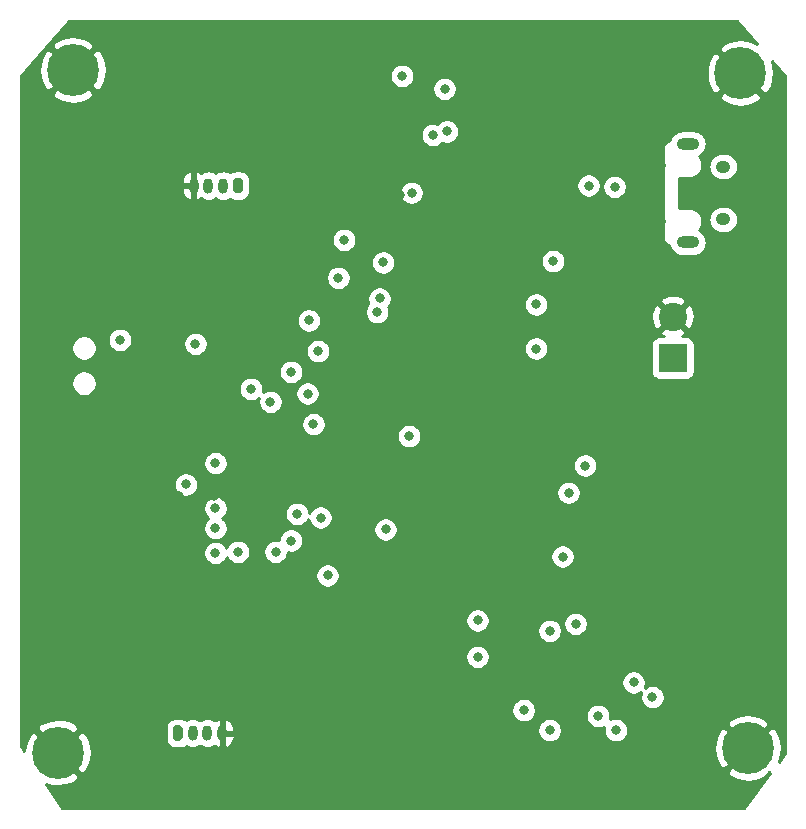
<source format=gbr>
%TF.GenerationSoftware,KiCad,Pcbnew,(5.1.9)-1*%
%TF.CreationDate,2021-05-06T02:52:02-06:00*%
%TF.ProjectId,stm32 design,73746d33-3220-4646-9573-69676e2e6b69,rev?*%
%TF.SameCoordinates,Original*%
%TF.FileFunction,Copper,L2,Inr*%
%TF.FilePolarity,Positive*%
%FSLAX46Y46*%
G04 Gerber Fmt 4.6, Leading zero omitted, Abs format (unit mm)*
G04 Created by KiCad (PCBNEW (5.1.9)-1) date 2021-05-06 02:52:02*
%MOMM*%
%LPD*%
G01*
G04 APERTURE LIST*
%TA.AperFunction,ComponentPad*%
%ADD10O,1.250000X1.050000*%
%TD*%
%TA.AperFunction,ComponentPad*%
%ADD11O,1.900000X1.000000*%
%TD*%
%TA.AperFunction,ComponentPad*%
%ADD12C,0.700000*%
%TD*%
%TA.AperFunction,ComponentPad*%
%ADD13C,4.400000*%
%TD*%
%TA.AperFunction,ComponentPad*%
%ADD14R,2.400000X2.400000*%
%TD*%
%TA.AperFunction,ComponentPad*%
%ADD15C,2.400000*%
%TD*%
%TA.AperFunction,ComponentPad*%
%ADD16O,0.800000X1.300000*%
%TD*%
%TA.AperFunction,ViaPad*%
%ADD17C,0.800000*%
%TD*%
%TA.AperFunction,Conductor*%
%ADD18C,0.254000*%
%TD*%
%TA.AperFunction,Conductor*%
%ADD19C,0.100000*%
%TD*%
G04 APERTURE END LIST*
D10*
%TO.N,Net-(J2-Pad6)*%
%TO.C,J2*%
X168100000Y-58100000D03*
X168100000Y-62550000D03*
D11*
X165100000Y-56150000D03*
X165100000Y-64500000D03*
%TD*%
D12*
%TO.N,GND*%
%TO.C,H1*%
X112926726Y-106528274D03*
X111760000Y-106045000D03*
X110593274Y-106528274D03*
X110110000Y-107695000D03*
X110593274Y-108861726D03*
X111760000Y-109345000D03*
X112926726Y-108861726D03*
X113410000Y-107695000D03*
D13*
X111760000Y-107695000D03*
%TD*%
%TO.N,GND*%
%TO.C,H2*%
X169545000Y-50165000D03*
D12*
X171195000Y-50165000D03*
X170711726Y-51331726D03*
X169545000Y-51815000D03*
X168378274Y-51331726D03*
X167895000Y-50165000D03*
X168378274Y-48998274D03*
X169545000Y-48515000D03*
X170711726Y-48998274D03*
%TD*%
%TO.N,GND*%
%TO.C,H3*%
X114196726Y-48743274D03*
X113030000Y-48260000D03*
X111863274Y-48743274D03*
X111380000Y-49910000D03*
X111863274Y-51076726D03*
X113030000Y-51560000D03*
X114196726Y-51076726D03*
X114680000Y-49910000D03*
D13*
X113030000Y-49910000D03*
%TD*%
%TO.N,GND*%
%TO.C,H4*%
X170180000Y-107315000D03*
D12*
X171830000Y-107315000D03*
X171346726Y-108481726D03*
X170180000Y-108965000D03*
X169013274Y-108481726D03*
X168530000Y-107315000D03*
X169013274Y-106148274D03*
X170180000Y-105665000D03*
X171346726Y-106148274D03*
%TD*%
D14*
%TO.N,+12V*%
%TO.C,J1*%
X163830000Y-74295000D03*
D15*
%TO.N,GND*%
X163830000Y-70795000D03*
%TD*%
%TO.N,+3.3VA*%
%TO.C,J4*%
%TA.AperFunction,ComponentPad*%
G36*
G01*
X127400000Y-59240000D02*
X127400000Y-60140000D01*
G75*
G02*
X127200000Y-60340000I-200000J0D01*
G01*
X126800000Y-60340000D01*
G75*
G02*
X126600000Y-60140000I0J200000D01*
G01*
X126600000Y-59240000D01*
G75*
G02*
X126800000Y-59040000I200000J0D01*
G01*
X127200000Y-59040000D01*
G75*
G02*
X127400000Y-59240000I0J-200000D01*
G01*
G37*
%TD.AperFunction*%
D16*
%TO.N,I2C1_SCL*%
X125750000Y-59690000D03*
%TO.N,I2C1_SDA*%
X124500000Y-59690000D03*
%TO.N,GND*%
X123250000Y-59690000D03*
%TD*%
%TO.N,GND*%
%TO.C,J5*%
X125670000Y-106045000D03*
%TO.N,USART3_RX*%
X124420000Y-106045000D03*
%TO.N,USART3_TX*%
X123170000Y-106045000D03*
%TO.N,+3.3VA*%
%TA.AperFunction,ComponentPad*%
G36*
G01*
X121520000Y-106495000D02*
X121520000Y-105595000D01*
G75*
G02*
X121720000Y-105395000I200000J0D01*
G01*
X122120000Y-105395000D01*
G75*
G02*
X122320000Y-105595000I0J-200000D01*
G01*
X122320000Y-106495000D01*
G75*
G02*
X122120000Y-106695000I-200000J0D01*
G01*
X121720000Y-106695000D01*
G75*
G02*
X121520000Y-106495000I0J200000D01*
G01*
G37*
%TD.AperFunction*%
%TD*%
D17*
%TO.N,GND*%
X169100000Y-81200000D03*
%TO.N,+3.3VA*%
X162100000Y-103000000D03*
X157500000Y-104600000D03*
X151200000Y-104100000D03*
X153400000Y-105800000D03*
X159000000Y-105800000D03*
X141700000Y-60300000D03*
X125100000Y-83200000D03*
%TO.N,+3V3*%
X117000000Y-72750000D03*
%TO.N,+3.3VA*%
X160500000Y-101750000D03*
%TO.N,GND*%
X122000000Y-86000000D03*
X125000000Y-86000000D03*
X167900000Y-79600000D03*
X162000000Y-97600000D03*
X163500000Y-98900000D03*
X157600000Y-97600000D03*
X159000000Y-98700000D03*
X148800000Y-96600000D03*
X157500000Y-110000000D03*
X159000000Y-108900000D03*
X146700000Y-107300000D03*
X163900000Y-68200000D03*
X162500000Y-68200000D03*
X165300000Y-68200000D03*
X159000000Y-62900000D03*
X140700000Y-60500000D03*
X139700000Y-60500000D03*
X136100000Y-58700000D03*
X123100000Y-61700000D03*
X117100000Y-77300000D03*
X122600000Y-75900000D03*
X126200000Y-79000000D03*
X130200000Y-87000000D03*
X128000000Y-87100000D03*
X137700000Y-81400000D03*
X127000000Y-93900000D03*
X128100000Y-85300000D03*
X137700000Y-81400000D03*
X137000000Y-79200000D03*
X148800000Y-91300000D03*
X159800000Y-88700000D03*
X165700000Y-50700000D03*
X167100000Y-48300000D03*
X167300000Y-52500000D03*
%TO.N,HSE_IN*%
X131500000Y-75470000D03*
X129750000Y-78000000D03*
X128100000Y-76900000D03*
%TO.N,+3.3VA*%
X132010872Y-87481880D03*
X131500000Y-89750000D03*
X122600000Y-85000000D03*
X125100000Y-87000000D03*
X125100000Y-88700000D03*
X127000000Y-90700000D03*
X130200000Y-90700000D03*
X125100000Y-90800000D03*
X134600000Y-92700000D03*
X134000000Y-87800000D03*
X133400000Y-79900000D03*
X133800000Y-73700000D03*
%TO.N,BUCK_IN*%
X154500000Y-91100000D03*
X155000000Y-85700000D03*
%TO.N,BUCK_BST*%
X147300000Y-99600000D03*
X147300000Y-96500000D03*
%TO.N,+5V*%
X156400000Y-83400000D03*
X153700000Y-66100000D03*
X158900000Y-59800000D03*
X156700000Y-59700000D03*
%TO.N,SWCLK*%
X144700000Y-55100000D03*
X144500000Y-51500000D03*
%TO.N,SWO*%
X143500000Y-55400000D03*
X140900000Y-50400000D03*
%TO.N,NRST*%
X132900000Y-77300000D03*
X133000000Y-71100000D03*
%TO.N,I2C1_SCL*%
X139300000Y-66200000D03*
X136000000Y-64300000D03*
%TO.N,I2C1_SDA*%
X139000000Y-69250000D03*
X135500000Y-67500000D03*
%TO.N,USART3_TX*%
X141500000Y-80900000D03*
X139500000Y-88800000D03*
%TO.N,BOOTO*%
X138800000Y-70400000D03*
X123400000Y-73100000D03*
%TO.N,BUCK_EN*%
X153400000Y-97400000D03*
X155600000Y-96800000D03*
%TO.N,USB_D+*%
X152250000Y-73500000D03*
X152250000Y-69750000D03*
%TD*%
D18*
%TO.N,GND*%
X170962869Y-47707693D02*
X170621123Y-47527359D01*
X170085867Y-47368099D01*
X169529826Y-47316322D01*
X168974368Y-47374019D01*
X168440839Y-47538972D01*
X167974976Y-47787982D01*
X167734830Y-48175225D01*
X169545000Y-49985395D01*
X169559143Y-49971253D01*
X169738748Y-50150858D01*
X169724605Y-50165000D01*
X171534775Y-51975170D01*
X171922018Y-51735024D01*
X172182641Y-51241123D01*
X172341901Y-50705867D01*
X172393678Y-50149826D01*
X172335981Y-49594368D01*
X172184227Y-49103531D01*
X173330001Y-50412987D01*
X173330000Y-107730000D01*
X172778438Y-108465416D01*
X172817641Y-108391123D01*
X172976901Y-107855867D01*
X173028678Y-107299826D01*
X172970981Y-106744368D01*
X172806028Y-106210839D01*
X172557018Y-105744976D01*
X172169775Y-105504830D01*
X170359605Y-107315000D01*
X170373748Y-107329143D01*
X170194143Y-107508748D01*
X170180000Y-107494605D01*
X168369830Y-109304775D01*
X168609976Y-109692018D01*
X169103877Y-109952641D01*
X169639133Y-110111901D01*
X170195174Y-110163678D01*
X170750632Y-110105981D01*
X171284161Y-109941028D01*
X171750024Y-109692018D01*
X171990169Y-109304777D01*
X172080883Y-109395491D01*
X169850001Y-112370000D01*
X112113221Y-112370000D01*
X110772576Y-110359032D01*
X111219133Y-110491901D01*
X111775174Y-110543678D01*
X112330632Y-110485981D01*
X112864161Y-110321028D01*
X113330024Y-110072018D01*
X113570170Y-109684775D01*
X111760000Y-107874605D01*
X111745858Y-107888748D01*
X111566253Y-107709143D01*
X111580395Y-107695000D01*
X111939605Y-107695000D01*
X113749775Y-109505170D01*
X114137018Y-109265024D01*
X114397641Y-108771123D01*
X114556901Y-108235867D01*
X114608678Y-107679826D01*
X114550981Y-107124368D01*
X114386028Y-106590839D01*
X114137018Y-106124976D01*
X113749775Y-105884830D01*
X111939605Y-107695000D01*
X111580395Y-107695000D01*
X109770225Y-105884830D01*
X109382982Y-106124976D01*
X109122359Y-106618877D01*
X108963099Y-107154133D01*
X108923008Y-107584680D01*
X108610000Y-107115169D01*
X108610000Y-105705225D01*
X109949830Y-105705225D01*
X111760000Y-107515395D01*
X113570170Y-105705225D01*
X113501815Y-105595000D01*
X120881928Y-105595000D01*
X120881928Y-106495000D01*
X120898031Y-106658500D01*
X120945722Y-106815716D01*
X121023169Y-106960608D01*
X121127394Y-107087606D01*
X121254392Y-107191831D01*
X121399284Y-107269278D01*
X121556500Y-107316969D01*
X121720000Y-107333072D01*
X122120000Y-107333072D01*
X122283500Y-107316969D01*
X122440716Y-107269278D01*
X122585608Y-107191831D01*
X122611894Y-107170259D01*
X122772008Y-107255841D01*
X122967106Y-107315024D01*
X123170000Y-107335007D01*
X123372895Y-107315024D01*
X123567993Y-107255841D01*
X123747797Y-107159734D01*
X123795001Y-107120995D01*
X123842204Y-107159734D01*
X124022008Y-107255841D01*
X124217106Y-107315024D01*
X124420000Y-107335007D01*
X124469071Y-107330174D01*
X167331322Y-107330174D01*
X167389019Y-107885632D01*
X167553972Y-108419161D01*
X167802982Y-108885024D01*
X168190225Y-109125170D01*
X170000395Y-107315000D01*
X168190225Y-105504830D01*
X167802982Y-105744976D01*
X167542359Y-106238877D01*
X167383099Y-106774133D01*
X167331322Y-107330174D01*
X124469071Y-107330174D01*
X124622895Y-107315024D01*
X124817993Y-107255841D01*
X124997797Y-107159734D01*
X125037938Y-107126791D01*
X125121840Y-107190255D01*
X125307028Y-107279994D01*
X125383877Y-107289666D01*
X125543000Y-107161998D01*
X125543000Y-106172000D01*
X125797000Y-106172000D01*
X125797000Y-107161998D01*
X125956123Y-107289666D01*
X126032972Y-107279994D01*
X126218160Y-107190255D01*
X126382283Y-107066112D01*
X126519033Y-106912336D01*
X126623155Y-106734836D01*
X126690648Y-106540433D01*
X126718918Y-106336599D01*
X126553762Y-106172000D01*
X125797000Y-106172000D01*
X125543000Y-106172000D01*
X125523000Y-106172000D01*
X125523000Y-105918000D01*
X125543000Y-105918000D01*
X125543000Y-104928002D01*
X125797000Y-104928002D01*
X125797000Y-105918000D01*
X126553762Y-105918000D01*
X126718918Y-105753401D01*
X126711243Y-105698061D01*
X152365000Y-105698061D01*
X152365000Y-105901939D01*
X152404774Y-106101898D01*
X152482795Y-106290256D01*
X152596063Y-106459774D01*
X152740226Y-106603937D01*
X152909744Y-106717205D01*
X153098102Y-106795226D01*
X153298061Y-106835000D01*
X153501939Y-106835000D01*
X153701898Y-106795226D01*
X153890256Y-106717205D01*
X154059774Y-106603937D01*
X154203937Y-106459774D01*
X154317205Y-106290256D01*
X154395226Y-106101898D01*
X154435000Y-105901939D01*
X154435000Y-105698061D01*
X154395226Y-105498102D01*
X154317205Y-105309744D01*
X154203937Y-105140226D01*
X154059774Y-104996063D01*
X153890256Y-104882795D01*
X153701898Y-104804774D01*
X153501939Y-104765000D01*
X153298061Y-104765000D01*
X153098102Y-104804774D01*
X152909744Y-104882795D01*
X152740226Y-104996063D01*
X152596063Y-105140226D01*
X152482795Y-105309744D01*
X152404774Y-105498102D01*
X152365000Y-105698061D01*
X126711243Y-105698061D01*
X126690648Y-105549567D01*
X126623155Y-105355164D01*
X126519033Y-105177664D01*
X126382283Y-105023888D01*
X126218160Y-104899745D01*
X126032972Y-104810006D01*
X125956123Y-104800334D01*
X125797000Y-104928002D01*
X125543000Y-104928002D01*
X125383877Y-104800334D01*
X125307028Y-104810006D01*
X125121840Y-104899745D01*
X125037938Y-104963209D01*
X124997797Y-104930266D01*
X124817992Y-104834159D01*
X124622894Y-104774976D01*
X124420000Y-104754993D01*
X124217105Y-104774976D01*
X124022007Y-104834159D01*
X123842203Y-104930266D01*
X123795000Y-104969004D01*
X123747797Y-104930266D01*
X123567992Y-104834159D01*
X123372894Y-104774976D01*
X123170000Y-104754993D01*
X122967105Y-104774976D01*
X122772007Y-104834159D01*
X122611894Y-104919741D01*
X122585608Y-104898169D01*
X122440716Y-104820722D01*
X122283500Y-104773031D01*
X122120000Y-104756928D01*
X121720000Y-104756928D01*
X121556500Y-104773031D01*
X121399284Y-104820722D01*
X121254392Y-104898169D01*
X121127394Y-105002394D01*
X121023169Y-105129392D01*
X120945722Y-105274284D01*
X120898031Y-105431500D01*
X120881928Y-105595000D01*
X113501815Y-105595000D01*
X113330024Y-105317982D01*
X112836123Y-105057359D01*
X112300867Y-104898099D01*
X111744826Y-104846322D01*
X111189368Y-104904019D01*
X110655839Y-105068972D01*
X110189976Y-105317982D01*
X109949830Y-105705225D01*
X108610000Y-105705225D01*
X108610000Y-103998061D01*
X150165000Y-103998061D01*
X150165000Y-104201939D01*
X150204774Y-104401898D01*
X150282795Y-104590256D01*
X150396063Y-104759774D01*
X150540226Y-104903937D01*
X150709744Y-105017205D01*
X150898102Y-105095226D01*
X151098061Y-105135000D01*
X151301939Y-105135000D01*
X151501898Y-105095226D01*
X151690256Y-105017205D01*
X151859774Y-104903937D01*
X152003937Y-104759774D01*
X152117205Y-104590256D01*
X152155393Y-104498061D01*
X156465000Y-104498061D01*
X156465000Y-104701939D01*
X156504774Y-104901898D01*
X156582795Y-105090256D01*
X156696063Y-105259774D01*
X156840226Y-105403937D01*
X157009744Y-105517205D01*
X157198102Y-105595226D01*
X157398061Y-105635000D01*
X157601939Y-105635000D01*
X157801898Y-105595226D01*
X157990256Y-105517205D01*
X158002617Y-105508946D01*
X157965000Y-105698061D01*
X157965000Y-105901939D01*
X158004774Y-106101898D01*
X158082795Y-106290256D01*
X158196063Y-106459774D01*
X158340226Y-106603937D01*
X158509744Y-106717205D01*
X158698102Y-106795226D01*
X158898061Y-106835000D01*
X159101939Y-106835000D01*
X159301898Y-106795226D01*
X159490256Y-106717205D01*
X159659774Y-106603937D01*
X159803937Y-106459774D01*
X159917205Y-106290256D01*
X159995226Y-106101898D01*
X160035000Y-105901939D01*
X160035000Y-105698061D01*
X159995226Y-105498102D01*
X159923618Y-105325225D01*
X168369830Y-105325225D01*
X170180000Y-107135395D01*
X171990170Y-105325225D01*
X171750024Y-104937982D01*
X171256123Y-104677359D01*
X170720867Y-104518099D01*
X170164826Y-104466322D01*
X169609368Y-104524019D01*
X169075839Y-104688972D01*
X168609976Y-104937982D01*
X168369830Y-105325225D01*
X159923618Y-105325225D01*
X159917205Y-105309744D01*
X159803937Y-105140226D01*
X159659774Y-104996063D01*
X159490256Y-104882795D01*
X159301898Y-104804774D01*
X159101939Y-104765000D01*
X158898061Y-104765000D01*
X158698102Y-104804774D01*
X158509744Y-104882795D01*
X158497383Y-104891054D01*
X158535000Y-104701939D01*
X158535000Y-104498061D01*
X158495226Y-104298102D01*
X158417205Y-104109744D01*
X158303937Y-103940226D01*
X158159774Y-103796063D01*
X157990256Y-103682795D01*
X157801898Y-103604774D01*
X157601939Y-103565000D01*
X157398061Y-103565000D01*
X157198102Y-103604774D01*
X157009744Y-103682795D01*
X156840226Y-103796063D01*
X156696063Y-103940226D01*
X156582795Y-104109744D01*
X156504774Y-104298102D01*
X156465000Y-104498061D01*
X152155393Y-104498061D01*
X152195226Y-104401898D01*
X152235000Y-104201939D01*
X152235000Y-103998061D01*
X152195226Y-103798102D01*
X152117205Y-103609744D01*
X152003937Y-103440226D01*
X151859774Y-103296063D01*
X151690256Y-103182795D01*
X151501898Y-103104774D01*
X151301939Y-103065000D01*
X151098061Y-103065000D01*
X150898102Y-103104774D01*
X150709744Y-103182795D01*
X150540226Y-103296063D01*
X150396063Y-103440226D01*
X150282795Y-103609744D01*
X150204774Y-103798102D01*
X150165000Y-103998061D01*
X108610000Y-103998061D01*
X108610000Y-101648061D01*
X159465000Y-101648061D01*
X159465000Y-101851939D01*
X159504774Y-102051898D01*
X159582795Y-102240256D01*
X159696063Y-102409774D01*
X159840226Y-102553937D01*
X160009744Y-102667205D01*
X160198102Y-102745226D01*
X160398061Y-102785000D01*
X160601939Y-102785000D01*
X160801898Y-102745226D01*
X160990256Y-102667205D01*
X161159774Y-102553937D01*
X161167824Y-102545887D01*
X161104774Y-102698102D01*
X161065000Y-102898061D01*
X161065000Y-103101939D01*
X161104774Y-103301898D01*
X161182795Y-103490256D01*
X161296063Y-103659774D01*
X161440226Y-103803937D01*
X161609744Y-103917205D01*
X161798102Y-103995226D01*
X161998061Y-104035000D01*
X162201939Y-104035000D01*
X162401898Y-103995226D01*
X162590256Y-103917205D01*
X162759774Y-103803937D01*
X162903937Y-103659774D01*
X163017205Y-103490256D01*
X163095226Y-103301898D01*
X163135000Y-103101939D01*
X163135000Y-102898061D01*
X163095226Y-102698102D01*
X163017205Y-102509744D01*
X162903937Y-102340226D01*
X162759774Y-102196063D01*
X162590256Y-102082795D01*
X162401898Y-102004774D01*
X162201939Y-101965000D01*
X161998061Y-101965000D01*
X161798102Y-102004774D01*
X161609744Y-102082795D01*
X161440226Y-102196063D01*
X161432176Y-102204113D01*
X161495226Y-102051898D01*
X161535000Y-101851939D01*
X161535000Y-101648061D01*
X161495226Y-101448102D01*
X161417205Y-101259744D01*
X161303937Y-101090226D01*
X161159774Y-100946063D01*
X160990256Y-100832795D01*
X160801898Y-100754774D01*
X160601939Y-100715000D01*
X160398061Y-100715000D01*
X160198102Y-100754774D01*
X160009744Y-100832795D01*
X159840226Y-100946063D01*
X159696063Y-101090226D01*
X159582795Y-101259744D01*
X159504774Y-101448102D01*
X159465000Y-101648061D01*
X108610000Y-101648061D01*
X108610000Y-99498061D01*
X146265000Y-99498061D01*
X146265000Y-99701939D01*
X146304774Y-99901898D01*
X146382795Y-100090256D01*
X146496063Y-100259774D01*
X146640226Y-100403937D01*
X146809744Y-100517205D01*
X146998102Y-100595226D01*
X147198061Y-100635000D01*
X147401939Y-100635000D01*
X147601898Y-100595226D01*
X147790256Y-100517205D01*
X147959774Y-100403937D01*
X148103937Y-100259774D01*
X148217205Y-100090256D01*
X148295226Y-99901898D01*
X148335000Y-99701939D01*
X148335000Y-99498061D01*
X148295226Y-99298102D01*
X148217205Y-99109744D01*
X148103937Y-98940226D01*
X147959774Y-98796063D01*
X147790256Y-98682795D01*
X147601898Y-98604774D01*
X147401939Y-98565000D01*
X147198061Y-98565000D01*
X146998102Y-98604774D01*
X146809744Y-98682795D01*
X146640226Y-98796063D01*
X146496063Y-98940226D01*
X146382795Y-99109744D01*
X146304774Y-99298102D01*
X146265000Y-99498061D01*
X108610000Y-99498061D01*
X108610000Y-96398061D01*
X146265000Y-96398061D01*
X146265000Y-96601939D01*
X146304774Y-96801898D01*
X146382795Y-96990256D01*
X146496063Y-97159774D01*
X146640226Y-97303937D01*
X146809744Y-97417205D01*
X146998102Y-97495226D01*
X147198061Y-97535000D01*
X147401939Y-97535000D01*
X147601898Y-97495226D01*
X147790256Y-97417205D01*
X147959774Y-97303937D01*
X147965650Y-97298061D01*
X152365000Y-97298061D01*
X152365000Y-97501939D01*
X152404774Y-97701898D01*
X152482795Y-97890256D01*
X152596063Y-98059774D01*
X152740226Y-98203937D01*
X152909744Y-98317205D01*
X153098102Y-98395226D01*
X153298061Y-98435000D01*
X153501939Y-98435000D01*
X153701898Y-98395226D01*
X153890256Y-98317205D01*
X154059774Y-98203937D01*
X154203937Y-98059774D01*
X154317205Y-97890256D01*
X154395226Y-97701898D01*
X154435000Y-97501939D01*
X154435000Y-97298061D01*
X154395226Y-97098102D01*
X154317205Y-96909744D01*
X154203937Y-96740226D01*
X154161772Y-96698061D01*
X154565000Y-96698061D01*
X154565000Y-96901939D01*
X154604774Y-97101898D01*
X154682795Y-97290256D01*
X154796063Y-97459774D01*
X154940226Y-97603937D01*
X155109744Y-97717205D01*
X155298102Y-97795226D01*
X155498061Y-97835000D01*
X155701939Y-97835000D01*
X155901898Y-97795226D01*
X156090256Y-97717205D01*
X156259774Y-97603937D01*
X156403937Y-97459774D01*
X156517205Y-97290256D01*
X156595226Y-97101898D01*
X156635000Y-96901939D01*
X156635000Y-96698061D01*
X156595226Y-96498102D01*
X156517205Y-96309744D01*
X156403937Y-96140226D01*
X156259774Y-95996063D01*
X156090256Y-95882795D01*
X155901898Y-95804774D01*
X155701939Y-95765000D01*
X155498061Y-95765000D01*
X155298102Y-95804774D01*
X155109744Y-95882795D01*
X154940226Y-95996063D01*
X154796063Y-96140226D01*
X154682795Y-96309744D01*
X154604774Y-96498102D01*
X154565000Y-96698061D01*
X154161772Y-96698061D01*
X154059774Y-96596063D01*
X153890256Y-96482795D01*
X153701898Y-96404774D01*
X153501939Y-96365000D01*
X153298061Y-96365000D01*
X153098102Y-96404774D01*
X152909744Y-96482795D01*
X152740226Y-96596063D01*
X152596063Y-96740226D01*
X152482795Y-96909744D01*
X152404774Y-97098102D01*
X152365000Y-97298061D01*
X147965650Y-97298061D01*
X148103937Y-97159774D01*
X148217205Y-96990256D01*
X148295226Y-96801898D01*
X148335000Y-96601939D01*
X148335000Y-96398061D01*
X148295226Y-96198102D01*
X148217205Y-96009744D01*
X148103937Y-95840226D01*
X147959774Y-95696063D01*
X147790256Y-95582795D01*
X147601898Y-95504774D01*
X147401939Y-95465000D01*
X147198061Y-95465000D01*
X146998102Y-95504774D01*
X146809744Y-95582795D01*
X146640226Y-95696063D01*
X146496063Y-95840226D01*
X146382795Y-96009744D01*
X146304774Y-96198102D01*
X146265000Y-96398061D01*
X108610000Y-96398061D01*
X108610000Y-92598061D01*
X133565000Y-92598061D01*
X133565000Y-92801939D01*
X133604774Y-93001898D01*
X133682795Y-93190256D01*
X133796063Y-93359774D01*
X133940226Y-93503937D01*
X134109744Y-93617205D01*
X134298102Y-93695226D01*
X134498061Y-93735000D01*
X134701939Y-93735000D01*
X134901898Y-93695226D01*
X135090256Y-93617205D01*
X135259774Y-93503937D01*
X135403937Y-93359774D01*
X135517205Y-93190256D01*
X135595226Y-93001898D01*
X135635000Y-92801939D01*
X135635000Y-92598061D01*
X135595226Y-92398102D01*
X135517205Y-92209744D01*
X135403937Y-92040226D01*
X135259774Y-91896063D01*
X135090256Y-91782795D01*
X134901898Y-91704774D01*
X134701939Y-91665000D01*
X134498061Y-91665000D01*
X134298102Y-91704774D01*
X134109744Y-91782795D01*
X133940226Y-91896063D01*
X133796063Y-92040226D01*
X133682795Y-92209744D01*
X133604774Y-92398102D01*
X133565000Y-92598061D01*
X108610000Y-92598061D01*
X108610000Y-90698061D01*
X124065000Y-90698061D01*
X124065000Y-90901939D01*
X124104774Y-91101898D01*
X124182795Y-91290256D01*
X124296063Y-91459774D01*
X124440226Y-91603937D01*
X124609744Y-91717205D01*
X124798102Y-91795226D01*
X124998061Y-91835000D01*
X125201939Y-91835000D01*
X125401898Y-91795226D01*
X125590256Y-91717205D01*
X125759774Y-91603937D01*
X125903937Y-91459774D01*
X126017205Y-91290256D01*
X126070711Y-91161082D01*
X126082795Y-91190256D01*
X126196063Y-91359774D01*
X126340226Y-91503937D01*
X126509744Y-91617205D01*
X126698102Y-91695226D01*
X126898061Y-91735000D01*
X127101939Y-91735000D01*
X127301898Y-91695226D01*
X127490256Y-91617205D01*
X127659774Y-91503937D01*
X127803937Y-91359774D01*
X127917205Y-91190256D01*
X127995226Y-91001898D01*
X128035000Y-90801939D01*
X128035000Y-90598061D01*
X129165000Y-90598061D01*
X129165000Y-90801939D01*
X129204774Y-91001898D01*
X129282795Y-91190256D01*
X129396063Y-91359774D01*
X129540226Y-91503937D01*
X129709744Y-91617205D01*
X129898102Y-91695226D01*
X130098061Y-91735000D01*
X130301939Y-91735000D01*
X130501898Y-91695226D01*
X130690256Y-91617205D01*
X130859774Y-91503937D01*
X131003937Y-91359774D01*
X131117205Y-91190256D01*
X131195226Y-91001898D01*
X131195989Y-90998061D01*
X153465000Y-90998061D01*
X153465000Y-91201939D01*
X153504774Y-91401898D01*
X153582795Y-91590256D01*
X153696063Y-91759774D01*
X153840226Y-91903937D01*
X154009744Y-92017205D01*
X154198102Y-92095226D01*
X154398061Y-92135000D01*
X154601939Y-92135000D01*
X154801898Y-92095226D01*
X154990256Y-92017205D01*
X155159774Y-91903937D01*
X155303937Y-91759774D01*
X155417205Y-91590256D01*
X155495226Y-91401898D01*
X155535000Y-91201939D01*
X155535000Y-90998061D01*
X155495226Y-90798102D01*
X155417205Y-90609744D01*
X155303937Y-90440226D01*
X155159774Y-90296063D01*
X154990256Y-90182795D01*
X154801898Y-90104774D01*
X154601939Y-90065000D01*
X154398061Y-90065000D01*
X154198102Y-90104774D01*
X154009744Y-90182795D01*
X153840226Y-90296063D01*
X153696063Y-90440226D01*
X153582795Y-90609744D01*
X153504774Y-90798102D01*
X153465000Y-90998061D01*
X131195989Y-90998061D01*
X131235000Y-90801939D01*
X131235000Y-90752565D01*
X131398061Y-90785000D01*
X131601939Y-90785000D01*
X131801898Y-90745226D01*
X131990256Y-90667205D01*
X132159774Y-90553937D01*
X132303937Y-90409774D01*
X132417205Y-90240256D01*
X132495226Y-90051898D01*
X132535000Y-89851939D01*
X132535000Y-89648061D01*
X132495226Y-89448102D01*
X132417205Y-89259744D01*
X132303937Y-89090226D01*
X132159774Y-88946063D01*
X131990256Y-88832795D01*
X131801898Y-88754774D01*
X131601939Y-88715000D01*
X131398061Y-88715000D01*
X131198102Y-88754774D01*
X131009744Y-88832795D01*
X130840226Y-88946063D01*
X130696063Y-89090226D01*
X130582795Y-89259744D01*
X130504774Y-89448102D01*
X130465000Y-89648061D01*
X130465000Y-89697435D01*
X130301939Y-89665000D01*
X130098061Y-89665000D01*
X129898102Y-89704774D01*
X129709744Y-89782795D01*
X129540226Y-89896063D01*
X129396063Y-90040226D01*
X129282795Y-90209744D01*
X129204774Y-90398102D01*
X129165000Y-90598061D01*
X128035000Y-90598061D01*
X127995226Y-90398102D01*
X127917205Y-90209744D01*
X127803937Y-90040226D01*
X127659774Y-89896063D01*
X127490256Y-89782795D01*
X127301898Y-89704774D01*
X127101939Y-89665000D01*
X126898061Y-89665000D01*
X126698102Y-89704774D01*
X126509744Y-89782795D01*
X126340226Y-89896063D01*
X126196063Y-90040226D01*
X126082795Y-90209744D01*
X126029289Y-90338918D01*
X126017205Y-90309744D01*
X125903937Y-90140226D01*
X125759774Y-89996063D01*
X125590256Y-89882795D01*
X125401898Y-89804774D01*
X125201939Y-89765000D01*
X124998061Y-89765000D01*
X124798102Y-89804774D01*
X124609744Y-89882795D01*
X124440226Y-89996063D01*
X124296063Y-90140226D01*
X124182795Y-90309744D01*
X124104774Y-90498102D01*
X124065000Y-90698061D01*
X108610000Y-90698061D01*
X108610000Y-86898061D01*
X124065000Y-86898061D01*
X124065000Y-87101939D01*
X124104774Y-87301898D01*
X124182795Y-87490256D01*
X124296063Y-87659774D01*
X124440226Y-87803937D01*
X124509164Y-87850000D01*
X124440226Y-87896063D01*
X124296063Y-88040226D01*
X124182795Y-88209744D01*
X124104774Y-88398102D01*
X124065000Y-88598061D01*
X124065000Y-88801939D01*
X124104774Y-89001898D01*
X124182795Y-89190256D01*
X124296063Y-89359774D01*
X124440226Y-89503937D01*
X124609744Y-89617205D01*
X124798102Y-89695226D01*
X124998061Y-89735000D01*
X125201939Y-89735000D01*
X125401898Y-89695226D01*
X125590256Y-89617205D01*
X125759774Y-89503937D01*
X125903937Y-89359774D01*
X126017205Y-89190256D01*
X126095226Y-89001898D01*
X126135000Y-88801939D01*
X126135000Y-88598061D01*
X126095226Y-88398102D01*
X126017205Y-88209744D01*
X125903937Y-88040226D01*
X125759774Y-87896063D01*
X125690836Y-87850000D01*
X125759774Y-87803937D01*
X125903937Y-87659774D01*
X126017205Y-87490256D01*
X126062899Y-87379941D01*
X130975872Y-87379941D01*
X130975872Y-87583819D01*
X131015646Y-87783778D01*
X131093667Y-87972136D01*
X131206935Y-88141654D01*
X131351098Y-88285817D01*
X131520616Y-88399085D01*
X131708974Y-88477106D01*
X131908933Y-88516880D01*
X132112811Y-88516880D01*
X132312770Y-88477106D01*
X132501128Y-88399085D01*
X132670646Y-88285817D01*
X132814809Y-88141654D01*
X132928077Y-87972136D01*
X132965000Y-87882997D01*
X132965000Y-87901939D01*
X133004774Y-88101898D01*
X133082795Y-88290256D01*
X133196063Y-88459774D01*
X133340226Y-88603937D01*
X133509744Y-88717205D01*
X133698102Y-88795226D01*
X133898061Y-88835000D01*
X134101939Y-88835000D01*
X134301898Y-88795226D01*
X134490256Y-88717205D01*
X134518907Y-88698061D01*
X138465000Y-88698061D01*
X138465000Y-88901939D01*
X138504774Y-89101898D01*
X138582795Y-89290256D01*
X138696063Y-89459774D01*
X138840226Y-89603937D01*
X139009744Y-89717205D01*
X139198102Y-89795226D01*
X139398061Y-89835000D01*
X139601939Y-89835000D01*
X139801898Y-89795226D01*
X139990256Y-89717205D01*
X140159774Y-89603937D01*
X140303937Y-89459774D01*
X140417205Y-89290256D01*
X140495226Y-89101898D01*
X140535000Y-88901939D01*
X140535000Y-88698061D01*
X140495226Y-88498102D01*
X140417205Y-88309744D01*
X140303937Y-88140226D01*
X140159774Y-87996063D01*
X139990256Y-87882795D01*
X139801898Y-87804774D01*
X139601939Y-87765000D01*
X139398061Y-87765000D01*
X139198102Y-87804774D01*
X139009744Y-87882795D01*
X138840226Y-87996063D01*
X138696063Y-88140226D01*
X138582795Y-88309744D01*
X138504774Y-88498102D01*
X138465000Y-88698061D01*
X134518907Y-88698061D01*
X134659774Y-88603937D01*
X134803937Y-88459774D01*
X134917205Y-88290256D01*
X134995226Y-88101898D01*
X135035000Y-87901939D01*
X135035000Y-87698061D01*
X134995226Y-87498102D01*
X134917205Y-87309744D01*
X134803937Y-87140226D01*
X134659774Y-86996063D01*
X134490256Y-86882795D01*
X134301898Y-86804774D01*
X134101939Y-86765000D01*
X133898061Y-86765000D01*
X133698102Y-86804774D01*
X133509744Y-86882795D01*
X133340226Y-86996063D01*
X133196063Y-87140226D01*
X133082795Y-87309744D01*
X133045872Y-87398883D01*
X133045872Y-87379941D01*
X133006098Y-87179982D01*
X132928077Y-86991624D01*
X132814809Y-86822106D01*
X132670646Y-86677943D01*
X132501128Y-86564675D01*
X132312770Y-86486654D01*
X132112811Y-86446880D01*
X131908933Y-86446880D01*
X131708974Y-86486654D01*
X131520616Y-86564675D01*
X131351098Y-86677943D01*
X131206935Y-86822106D01*
X131093667Y-86991624D01*
X131015646Y-87179982D01*
X130975872Y-87379941D01*
X126062899Y-87379941D01*
X126095226Y-87301898D01*
X126135000Y-87101939D01*
X126135000Y-86898061D01*
X126095226Y-86698102D01*
X126017205Y-86509744D01*
X125903937Y-86340226D01*
X125759774Y-86196063D01*
X125590256Y-86082795D01*
X125401898Y-86004774D01*
X125201939Y-85965000D01*
X124998061Y-85965000D01*
X124798102Y-86004774D01*
X124609744Y-86082795D01*
X124440226Y-86196063D01*
X124296063Y-86340226D01*
X124182795Y-86509744D01*
X124104774Y-86698102D01*
X124065000Y-86898061D01*
X108610000Y-86898061D01*
X108610000Y-84898061D01*
X121565000Y-84898061D01*
X121565000Y-85101939D01*
X121604774Y-85301898D01*
X121682795Y-85490256D01*
X121796063Y-85659774D01*
X121940226Y-85803937D01*
X122109744Y-85917205D01*
X122298102Y-85995226D01*
X122498061Y-86035000D01*
X122701939Y-86035000D01*
X122901898Y-85995226D01*
X123090256Y-85917205D01*
X123259774Y-85803937D01*
X123403937Y-85659774D01*
X123445172Y-85598061D01*
X153965000Y-85598061D01*
X153965000Y-85801939D01*
X154004774Y-86001898D01*
X154082795Y-86190256D01*
X154196063Y-86359774D01*
X154340226Y-86503937D01*
X154509744Y-86617205D01*
X154698102Y-86695226D01*
X154898061Y-86735000D01*
X155101939Y-86735000D01*
X155301898Y-86695226D01*
X155490256Y-86617205D01*
X155659774Y-86503937D01*
X155803937Y-86359774D01*
X155917205Y-86190256D01*
X155995226Y-86001898D01*
X156035000Y-85801939D01*
X156035000Y-85598061D01*
X155995226Y-85398102D01*
X155917205Y-85209744D01*
X155803937Y-85040226D01*
X155659774Y-84896063D01*
X155490256Y-84782795D01*
X155301898Y-84704774D01*
X155101939Y-84665000D01*
X154898061Y-84665000D01*
X154698102Y-84704774D01*
X154509744Y-84782795D01*
X154340226Y-84896063D01*
X154196063Y-85040226D01*
X154082795Y-85209744D01*
X154004774Y-85398102D01*
X153965000Y-85598061D01*
X123445172Y-85598061D01*
X123517205Y-85490256D01*
X123595226Y-85301898D01*
X123635000Y-85101939D01*
X123635000Y-84898061D01*
X123595226Y-84698102D01*
X123517205Y-84509744D01*
X123403937Y-84340226D01*
X123259774Y-84196063D01*
X123090256Y-84082795D01*
X122901898Y-84004774D01*
X122701939Y-83965000D01*
X122498061Y-83965000D01*
X122298102Y-84004774D01*
X122109744Y-84082795D01*
X121940226Y-84196063D01*
X121796063Y-84340226D01*
X121682795Y-84509744D01*
X121604774Y-84698102D01*
X121565000Y-84898061D01*
X108610000Y-84898061D01*
X108610000Y-83098061D01*
X124065000Y-83098061D01*
X124065000Y-83301939D01*
X124104774Y-83501898D01*
X124182795Y-83690256D01*
X124296063Y-83859774D01*
X124440226Y-84003937D01*
X124609744Y-84117205D01*
X124798102Y-84195226D01*
X124998061Y-84235000D01*
X125201939Y-84235000D01*
X125401898Y-84195226D01*
X125590256Y-84117205D01*
X125759774Y-84003937D01*
X125903937Y-83859774D01*
X126017205Y-83690256D01*
X126095226Y-83501898D01*
X126135000Y-83301939D01*
X126135000Y-83298061D01*
X155365000Y-83298061D01*
X155365000Y-83501939D01*
X155404774Y-83701898D01*
X155482795Y-83890256D01*
X155596063Y-84059774D01*
X155740226Y-84203937D01*
X155909744Y-84317205D01*
X156098102Y-84395226D01*
X156298061Y-84435000D01*
X156501939Y-84435000D01*
X156701898Y-84395226D01*
X156890256Y-84317205D01*
X157059774Y-84203937D01*
X157203937Y-84059774D01*
X157317205Y-83890256D01*
X157395226Y-83701898D01*
X157435000Y-83501939D01*
X157435000Y-83298061D01*
X157395226Y-83098102D01*
X157317205Y-82909744D01*
X157203937Y-82740226D01*
X157059774Y-82596063D01*
X156890256Y-82482795D01*
X156701898Y-82404774D01*
X156501939Y-82365000D01*
X156298061Y-82365000D01*
X156098102Y-82404774D01*
X155909744Y-82482795D01*
X155740226Y-82596063D01*
X155596063Y-82740226D01*
X155482795Y-82909744D01*
X155404774Y-83098102D01*
X155365000Y-83298061D01*
X126135000Y-83298061D01*
X126135000Y-83098061D01*
X126095226Y-82898102D01*
X126017205Y-82709744D01*
X125903937Y-82540226D01*
X125759774Y-82396063D01*
X125590256Y-82282795D01*
X125401898Y-82204774D01*
X125201939Y-82165000D01*
X124998061Y-82165000D01*
X124798102Y-82204774D01*
X124609744Y-82282795D01*
X124440226Y-82396063D01*
X124296063Y-82540226D01*
X124182795Y-82709744D01*
X124104774Y-82898102D01*
X124065000Y-83098061D01*
X108610000Y-83098061D01*
X108610000Y-79798061D01*
X132365000Y-79798061D01*
X132365000Y-80001939D01*
X132404774Y-80201898D01*
X132482795Y-80390256D01*
X132596063Y-80559774D01*
X132740226Y-80703937D01*
X132909744Y-80817205D01*
X133098102Y-80895226D01*
X133298061Y-80935000D01*
X133501939Y-80935000D01*
X133701898Y-80895226D01*
X133890256Y-80817205D01*
X133918907Y-80798061D01*
X140465000Y-80798061D01*
X140465000Y-81001939D01*
X140504774Y-81201898D01*
X140582795Y-81390256D01*
X140696063Y-81559774D01*
X140840226Y-81703937D01*
X141009744Y-81817205D01*
X141198102Y-81895226D01*
X141398061Y-81935000D01*
X141601939Y-81935000D01*
X141801898Y-81895226D01*
X141990256Y-81817205D01*
X142159774Y-81703937D01*
X142303937Y-81559774D01*
X142417205Y-81390256D01*
X142495226Y-81201898D01*
X142535000Y-81001939D01*
X142535000Y-80798061D01*
X142495226Y-80598102D01*
X142417205Y-80409744D01*
X142303937Y-80240226D01*
X142159774Y-80096063D01*
X141990256Y-79982795D01*
X141801898Y-79904774D01*
X141601939Y-79865000D01*
X141398061Y-79865000D01*
X141198102Y-79904774D01*
X141009744Y-79982795D01*
X140840226Y-80096063D01*
X140696063Y-80240226D01*
X140582795Y-80409744D01*
X140504774Y-80598102D01*
X140465000Y-80798061D01*
X133918907Y-80798061D01*
X134059774Y-80703937D01*
X134203937Y-80559774D01*
X134317205Y-80390256D01*
X134395226Y-80201898D01*
X134435000Y-80001939D01*
X134435000Y-79798061D01*
X134395226Y-79598102D01*
X134317205Y-79409744D01*
X134203937Y-79240226D01*
X134059774Y-79096063D01*
X133890256Y-78982795D01*
X133701898Y-78904774D01*
X133501939Y-78865000D01*
X133298061Y-78865000D01*
X133098102Y-78904774D01*
X132909744Y-78982795D01*
X132740226Y-79096063D01*
X132596063Y-79240226D01*
X132482795Y-79409744D01*
X132404774Y-79598102D01*
X132365000Y-79798061D01*
X108610000Y-79798061D01*
X108610000Y-76323137D01*
X112885000Y-76323137D01*
X112885000Y-76536863D01*
X112926696Y-76746483D01*
X113008485Y-76943940D01*
X113127225Y-77121647D01*
X113278353Y-77272775D01*
X113456060Y-77391515D01*
X113653517Y-77473304D01*
X113863137Y-77515000D01*
X114076863Y-77515000D01*
X114286483Y-77473304D01*
X114483940Y-77391515D01*
X114661647Y-77272775D01*
X114812775Y-77121647D01*
X114931515Y-76943940D01*
X114991939Y-76798061D01*
X127065000Y-76798061D01*
X127065000Y-77001939D01*
X127104774Y-77201898D01*
X127182795Y-77390256D01*
X127296063Y-77559774D01*
X127440226Y-77703937D01*
X127609744Y-77817205D01*
X127798102Y-77895226D01*
X127998061Y-77935000D01*
X128201939Y-77935000D01*
X128401898Y-77895226D01*
X128590256Y-77817205D01*
X128752669Y-77708684D01*
X128715000Y-77898061D01*
X128715000Y-78101939D01*
X128754774Y-78301898D01*
X128832795Y-78490256D01*
X128946063Y-78659774D01*
X129090226Y-78803937D01*
X129259744Y-78917205D01*
X129448102Y-78995226D01*
X129648061Y-79035000D01*
X129851939Y-79035000D01*
X130051898Y-78995226D01*
X130240256Y-78917205D01*
X130409774Y-78803937D01*
X130553937Y-78659774D01*
X130667205Y-78490256D01*
X130745226Y-78301898D01*
X130785000Y-78101939D01*
X130785000Y-77898061D01*
X130745226Y-77698102D01*
X130667205Y-77509744D01*
X130553937Y-77340226D01*
X130411772Y-77198061D01*
X131865000Y-77198061D01*
X131865000Y-77401939D01*
X131904774Y-77601898D01*
X131982795Y-77790256D01*
X132096063Y-77959774D01*
X132240226Y-78103937D01*
X132409744Y-78217205D01*
X132598102Y-78295226D01*
X132798061Y-78335000D01*
X133001939Y-78335000D01*
X133201898Y-78295226D01*
X133390256Y-78217205D01*
X133559774Y-78103937D01*
X133703937Y-77959774D01*
X133817205Y-77790256D01*
X133895226Y-77601898D01*
X133935000Y-77401939D01*
X133935000Y-77198061D01*
X133895226Y-76998102D01*
X133817205Y-76809744D01*
X133703937Y-76640226D01*
X133559774Y-76496063D01*
X133390256Y-76382795D01*
X133201898Y-76304774D01*
X133001939Y-76265000D01*
X132798061Y-76265000D01*
X132598102Y-76304774D01*
X132409744Y-76382795D01*
X132240226Y-76496063D01*
X132096063Y-76640226D01*
X131982795Y-76809744D01*
X131904774Y-76998102D01*
X131865000Y-77198061D01*
X130411772Y-77198061D01*
X130409774Y-77196063D01*
X130240256Y-77082795D01*
X130051898Y-77004774D01*
X129851939Y-76965000D01*
X129648061Y-76965000D01*
X129448102Y-77004774D01*
X129259744Y-77082795D01*
X129097331Y-77191316D01*
X129135000Y-77001939D01*
X129135000Y-76798061D01*
X129095226Y-76598102D01*
X129017205Y-76409744D01*
X128903937Y-76240226D01*
X128759774Y-76096063D01*
X128590256Y-75982795D01*
X128401898Y-75904774D01*
X128201939Y-75865000D01*
X127998061Y-75865000D01*
X127798102Y-75904774D01*
X127609744Y-75982795D01*
X127440226Y-76096063D01*
X127296063Y-76240226D01*
X127182795Y-76409744D01*
X127104774Y-76598102D01*
X127065000Y-76798061D01*
X114991939Y-76798061D01*
X115013304Y-76746483D01*
X115055000Y-76536863D01*
X115055000Y-76323137D01*
X115013304Y-76113517D01*
X114931515Y-75916060D01*
X114812775Y-75738353D01*
X114661647Y-75587225D01*
X114483940Y-75468485D01*
X114286483Y-75386696D01*
X114192799Y-75368061D01*
X130465000Y-75368061D01*
X130465000Y-75571939D01*
X130504774Y-75771898D01*
X130582795Y-75960256D01*
X130696063Y-76129774D01*
X130840226Y-76273937D01*
X131009744Y-76387205D01*
X131198102Y-76465226D01*
X131398061Y-76505000D01*
X131601939Y-76505000D01*
X131801898Y-76465226D01*
X131990256Y-76387205D01*
X132159774Y-76273937D01*
X132303937Y-76129774D01*
X132417205Y-75960256D01*
X132495226Y-75771898D01*
X132535000Y-75571939D01*
X132535000Y-75368061D01*
X132495226Y-75168102D01*
X132417205Y-74979744D01*
X132303937Y-74810226D01*
X132159774Y-74666063D01*
X131990256Y-74552795D01*
X131801898Y-74474774D01*
X131601939Y-74435000D01*
X131398061Y-74435000D01*
X131198102Y-74474774D01*
X131009744Y-74552795D01*
X130840226Y-74666063D01*
X130696063Y-74810226D01*
X130582795Y-74979744D01*
X130504774Y-75168102D01*
X130465000Y-75368061D01*
X114192799Y-75368061D01*
X114076863Y-75345000D01*
X113863137Y-75345000D01*
X113653517Y-75386696D01*
X113456060Y-75468485D01*
X113278353Y-75587225D01*
X113127225Y-75738353D01*
X113008485Y-75916060D01*
X112926696Y-76113517D01*
X112885000Y-76323137D01*
X108610000Y-76323137D01*
X108610000Y-73323137D01*
X112885000Y-73323137D01*
X112885000Y-73536863D01*
X112926696Y-73746483D01*
X113008485Y-73943940D01*
X113127225Y-74121647D01*
X113278353Y-74272775D01*
X113456060Y-74391515D01*
X113653517Y-74473304D01*
X113863137Y-74515000D01*
X114076863Y-74515000D01*
X114286483Y-74473304D01*
X114483940Y-74391515D01*
X114661647Y-74272775D01*
X114812775Y-74121647D01*
X114931515Y-73943940D01*
X115013304Y-73746483D01*
X115055000Y-73536863D01*
X115055000Y-73323137D01*
X115013304Y-73113517D01*
X114931515Y-72916060D01*
X114812775Y-72738353D01*
X114722483Y-72648061D01*
X115965000Y-72648061D01*
X115965000Y-72851939D01*
X116004774Y-73051898D01*
X116082795Y-73240256D01*
X116196063Y-73409774D01*
X116340226Y-73553937D01*
X116509744Y-73667205D01*
X116698102Y-73745226D01*
X116898061Y-73785000D01*
X117101939Y-73785000D01*
X117301898Y-73745226D01*
X117490256Y-73667205D01*
X117659774Y-73553937D01*
X117803937Y-73409774D01*
X117917205Y-73240256D01*
X117995226Y-73051898D01*
X118005934Y-72998061D01*
X122365000Y-72998061D01*
X122365000Y-73201939D01*
X122404774Y-73401898D01*
X122482795Y-73590256D01*
X122596063Y-73759774D01*
X122740226Y-73903937D01*
X122909744Y-74017205D01*
X123098102Y-74095226D01*
X123298061Y-74135000D01*
X123501939Y-74135000D01*
X123701898Y-74095226D01*
X123890256Y-74017205D01*
X124059774Y-73903937D01*
X124203937Y-73759774D01*
X124311989Y-73598061D01*
X132765000Y-73598061D01*
X132765000Y-73801939D01*
X132804774Y-74001898D01*
X132882795Y-74190256D01*
X132996063Y-74359774D01*
X133140226Y-74503937D01*
X133309744Y-74617205D01*
X133498102Y-74695226D01*
X133698061Y-74735000D01*
X133901939Y-74735000D01*
X134101898Y-74695226D01*
X134290256Y-74617205D01*
X134459774Y-74503937D01*
X134603937Y-74359774D01*
X134717205Y-74190256D01*
X134795226Y-74001898D01*
X134835000Y-73801939D01*
X134835000Y-73598061D01*
X134795226Y-73398102D01*
X134795210Y-73398061D01*
X151215000Y-73398061D01*
X151215000Y-73601939D01*
X151254774Y-73801898D01*
X151332795Y-73990256D01*
X151446063Y-74159774D01*
X151590226Y-74303937D01*
X151759744Y-74417205D01*
X151948102Y-74495226D01*
X152148061Y-74535000D01*
X152351939Y-74535000D01*
X152551898Y-74495226D01*
X152740256Y-74417205D01*
X152909774Y-74303937D01*
X153053937Y-74159774D01*
X153167205Y-73990256D01*
X153245226Y-73801898D01*
X153285000Y-73601939D01*
X153285000Y-73398061D01*
X153245226Y-73198102D01*
X153202520Y-73095000D01*
X161991928Y-73095000D01*
X161991928Y-75495000D01*
X162004188Y-75619482D01*
X162040498Y-75739180D01*
X162099463Y-75849494D01*
X162178815Y-75946185D01*
X162275506Y-76025537D01*
X162385820Y-76084502D01*
X162505518Y-76120812D01*
X162630000Y-76133072D01*
X165030000Y-76133072D01*
X165154482Y-76120812D01*
X165274180Y-76084502D01*
X165384494Y-76025537D01*
X165481185Y-75946185D01*
X165560537Y-75849494D01*
X165619502Y-75739180D01*
X165655812Y-75619482D01*
X165668072Y-75495000D01*
X165668072Y-73095000D01*
X165655812Y-72970518D01*
X165619502Y-72850820D01*
X165560537Y-72740506D01*
X165481185Y-72643815D01*
X165384494Y-72564463D01*
X165274180Y-72505498D01*
X165154482Y-72469188D01*
X165030000Y-72456928D01*
X164623097Y-72456928D01*
X164808486Y-72357836D01*
X164928374Y-72072980D01*
X163830000Y-70974605D01*
X162731626Y-72072980D01*
X162851514Y-72357836D01*
X163050912Y-72456928D01*
X162630000Y-72456928D01*
X162505518Y-72469188D01*
X162385820Y-72505498D01*
X162275506Y-72564463D01*
X162178815Y-72643815D01*
X162099463Y-72740506D01*
X162040498Y-72850820D01*
X162004188Y-72970518D01*
X161991928Y-73095000D01*
X153202520Y-73095000D01*
X153167205Y-73009744D01*
X153053937Y-72840226D01*
X152909774Y-72696063D01*
X152740256Y-72582795D01*
X152551898Y-72504774D01*
X152351939Y-72465000D01*
X152148061Y-72465000D01*
X151948102Y-72504774D01*
X151759744Y-72582795D01*
X151590226Y-72696063D01*
X151446063Y-72840226D01*
X151332795Y-73009744D01*
X151254774Y-73198102D01*
X151215000Y-73398061D01*
X134795210Y-73398061D01*
X134717205Y-73209744D01*
X134603937Y-73040226D01*
X134459774Y-72896063D01*
X134290256Y-72782795D01*
X134101898Y-72704774D01*
X133901939Y-72665000D01*
X133698061Y-72665000D01*
X133498102Y-72704774D01*
X133309744Y-72782795D01*
X133140226Y-72896063D01*
X132996063Y-73040226D01*
X132882795Y-73209744D01*
X132804774Y-73398102D01*
X132765000Y-73598061D01*
X124311989Y-73598061D01*
X124317205Y-73590256D01*
X124395226Y-73401898D01*
X124435000Y-73201939D01*
X124435000Y-72998061D01*
X124395226Y-72798102D01*
X124317205Y-72609744D01*
X124203937Y-72440226D01*
X124059774Y-72296063D01*
X123890256Y-72182795D01*
X123701898Y-72104774D01*
X123501939Y-72065000D01*
X123298061Y-72065000D01*
X123098102Y-72104774D01*
X122909744Y-72182795D01*
X122740226Y-72296063D01*
X122596063Y-72440226D01*
X122482795Y-72609744D01*
X122404774Y-72798102D01*
X122365000Y-72998061D01*
X118005934Y-72998061D01*
X118035000Y-72851939D01*
X118035000Y-72648061D01*
X117995226Y-72448102D01*
X117917205Y-72259744D01*
X117803937Y-72090226D01*
X117659774Y-71946063D01*
X117490256Y-71832795D01*
X117301898Y-71754774D01*
X117101939Y-71715000D01*
X116898061Y-71715000D01*
X116698102Y-71754774D01*
X116509744Y-71832795D01*
X116340226Y-71946063D01*
X116196063Y-72090226D01*
X116082795Y-72259744D01*
X116004774Y-72448102D01*
X115965000Y-72648061D01*
X114722483Y-72648061D01*
X114661647Y-72587225D01*
X114483940Y-72468485D01*
X114286483Y-72386696D01*
X114076863Y-72345000D01*
X113863137Y-72345000D01*
X113653517Y-72386696D01*
X113456060Y-72468485D01*
X113278353Y-72587225D01*
X113127225Y-72738353D01*
X113008485Y-72916060D01*
X112926696Y-73113517D01*
X112885000Y-73323137D01*
X108610000Y-73323137D01*
X108610000Y-70998061D01*
X131965000Y-70998061D01*
X131965000Y-71201939D01*
X132004774Y-71401898D01*
X132082795Y-71590256D01*
X132196063Y-71759774D01*
X132340226Y-71903937D01*
X132509744Y-72017205D01*
X132698102Y-72095226D01*
X132898061Y-72135000D01*
X133101939Y-72135000D01*
X133301898Y-72095226D01*
X133490256Y-72017205D01*
X133659774Y-71903937D01*
X133803937Y-71759774D01*
X133917205Y-71590256D01*
X133995226Y-71401898D01*
X134035000Y-71201939D01*
X134035000Y-70998061D01*
X133995226Y-70798102D01*
X133917205Y-70609744D01*
X133803937Y-70440226D01*
X133661772Y-70298061D01*
X137765000Y-70298061D01*
X137765000Y-70501939D01*
X137804774Y-70701898D01*
X137882795Y-70890256D01*
X137996063Y-71059774D01*
X138140226Y-71203937D01*
X138309744Y-71317205D01*
X138498102Y-71395226D01*
X138698061Y-71435000D01*
X138901939Y-71435000D01*
X139101898Y-71395226D01*
X139290256Y-71317205D01*
X139459774Y-71203937D01*
X139603937Y-71059774D01*
X139717205Y-70890256D01*
X139734010Y-70849684D01*
X161986933Y-70849684D01*
X162033015Y-71208198D01*
X162148154Y-71550833D01*
X162267164Y-71773486D01*
X162552020Y-71893374D01*
X163650395Y-70795000D01*
X164009605Y-70795000D01*
X165107980Y-71893374D01*
X165392836Y-71773486D01*
X165553699Y-71449790D01*
X165648322Y-71100931D01*
X165673067Y-70740316D01*
X165626985Y-70381802D01*
X165511846Y-70039167D01*
X165392836Y-69816514D01*
X165107980Y-69696626D01*
X164009605Y-70795000D01*
X163650395Y-70795000D01*
X162552020Y-69696626D01*
X162267164Y-69816514D01*
X162106301Y-70140210D01*
X162011678Y-70489069D01*
X161986933Y-70849684D01*
X139734010Y-70849684D01*
X139795226Y-70701898D01*
X139835000Y-70501939D01*
X139835000Y-70298061D01*
X139795226Y-70098102D01*
X139742617Y-69971094D01*
X139803937Y-69909774D01*
X139917205Y-69740256D01*
X139955393Y-69648061D01*
X151215000Y-69648061D01*
X151215000Y-69851939D01*
X151254774Y-70051898D01*
X151332795Y-70240256D01*
X151446063Y-70409774D01*
X151590226Y-70553937D01*
X151759744Y-70667205D01*
X151948102Y-70745226D01*
X152148061Y-70785000D01*
X152351939Y-70785000D01*
X152551898Y-70745226D01*
X152740256Y-70667205D01*
X152909774Y-70553937D01*
X153053937Y-70409774D01*
X153167205Y-70240256D01*
X153245226Y-70051898D01*
X153285000Y-69851939D01*
X153285000Y-69648061D01*
X153258935Y-69517020D01*
X162731626Y-69517020D01*
X163830000Y-70615395D01*
X164928374Y-69517020D01*
X164808486Y-69232164D01*
X164484790Y-69071301D01*
X164135931Y-68976678D01*
X163775316Y-68951933D01*
X163416802Y-68998015D01*
X163074167Y-69113154D01*
X162851514Y-69232164D01*
X162731626Y-69517020D01*
X153258935Y-69517020D01*
X153245226Y-69448102D01*
X153167205Y-69259744D01*
X153053937Y-69090226D01*
X152909774Y-68946063D01*
X152740256Y-68832795D01*
X152551898Y-68754774D01*
X152351939Y-68715000D01*
X152148061Y-68715000D01*
X151948102Y-68754774D01*
X151759744Y-68832795D01*
X151590226Y-68946063D01*
X151446063Y-69090226D01*
X151332795Y-69259744D01*
X151254774Y-69448102D01*
X151215000Y-69648061D01*
X139955393Y-69648061D01*
X139995226Y-69551898D01*
X140035000Y-69351939D01*
X140035000Y-69148061D01*
X139995226Y-68948102D01*
X139917205Y-68759744D01*
X139803937Y-68590226D01*
X139659774Y-68446063D01*
X139490256Y-68332795D01*
X139301898Y-68254774D01*
X139101939Y-68215000D01*
X138898061Y-68215000D01*
X138698102Y-68254774D01*
X138509744Y-68332795D01*
X138340226Y-68446063D01*
X138196063Y-68590226D01*
X138082795Y-68759744D01*
X138004774Y-68948102D01*
X137965000Y-69148061D01*
X137965000Y-69351939D01*
X138004774Y-69551898D01*
X138057383Y-69678906D01*
X137996063Y-69740226D01*
X137882795Y-69909744D01*
X137804774Y-70098102D01*
X137765000Y-70298061D01*
X133661772Y-70298061D01*
X133659774Y-70296063D01*
X133490256Y-70182795D01*
X133301898Y-70104774D01*
X133101939Y-70065000D01*
X132898061Y-70065000D01*
X132698102Y-70104774D01*
X132509744Y-70182795D01*
X132340226Y-70296063D01*
X132196063Y-70440226D01*
X132082795Y-70609744D01*
X132004774Y-70798102D01*
X131965000Y-70998061D01*
X108610000Y-70998061D01*
X108610000Y-67398061D01*
X134465000Y-67398061D01*
X134465000Y-67601939D01*
X134504774Y-67801898D01*
X134582795Y-67990256D01*
X134696063Y-68159774D01*
X134840226Y-68303937D01*
X135009744Y-68417205D01*
X135198102Y-68495226D01*
X135398061Y-68535000D01*
X135601939Y-68535000D01*
X135801898Y-68495226D01*
X135990256Y-68417205D01*
X136159774Y-68303937D01*
X136303937Y-68159774D01*
X136417205Y-67990256D01*
X136495226Y-67801898D01*
X136535000Y-67601939D01*
X136535000Y-67398061D01*
X136495226Y-67198102D01*
X136417205Y-67009744D01*
X136303937Y-66840226D01*
X136159774Y-66696063D01*
X135990256Y-66582795D01*
X135801898Y-66504774D01*
X135601939Y-66465000D01*
X135398061Y-66465000D01*
X135198102Y-66504774D01*
X135009744Y-66582795D01*
X134840226Y-66696063D01*
X134696063Y-66840226D01*
X134582795Y-67009744D01*
X134504774Y-67198102D01*
X134465000Y-67398061D01*
X108610000Y-67398061D01*
X108610000Y-66098061D01*
X138265000Y-66098061D01*
X138265000Y-66301939D01*
X138304774Y-66501898D01*
X138382795Y-66690256D01*
X138496063Y-66859774D01*
X138640226Y-67003937D01*
X138809744Y-67117205D01*
X138998102Y-67195226D01*
X139198061Y-67235000D01*
X139401939Y-67235000D01*
X139601898Y-67195226D01*
X139790256Y-67117205D01*
X139959774Y-67003937D01*
X140103937Y-66859774D01*
X140217205Y-66690256D01*
X140295226Y-66501898D01*
X140335000Y-66301939D01*
X140335000Y-66098061D01*
X140315109Y-65998061D01*
X152665000Y-65998061D01*
X152665000Y-66201939D01*
X152704774Y-66401898D01*
X152782795Y-66590256D01*
X152896063Y-66759774D01*
X153040226Y-66903937D01*
X153209744Y-67017205D01*
X153398102Y-67095226D01*
X153598061Y-67135000D01*
X153801939Y-67135000D01*
X154001898Y-67095226D01*
X154190256Y-67017205D01*
X154359774Y-66903937D01*
X154503937Y-66759774D01*
X154617205Y-66590256D01*
X154695226Y-66401898D01*
X154735000Y-66201939D01*
X154735000Y-65998061D01*
X154695226Y-65798102D01*
X154617205Y-65609744D01*
X154503937Y-65440226D01*
X154359774Y-65296063D01*
X154190256Y-65182795D01*
X154001898Y-65104774D01*
X153801939Y-65065000D01*
X153598061Y-65065000D01*
X153398102Y-65104774D01*
X153209744Y-65182795D01*
X153040226Y-65296063D01*
X152896063Y-65440226D01*
X152782795Y-65609744D01*
X152704774Y-65798102D01*
X152665000Y-65998061D01*
X140315109Y-65998061D01*
X140295226Y-65898102D01*
X140217205Y-65709744D01*
X140103937Y-65540226D01*
X139959774Y-65396063D01*
X139790256Y-65282795D01*
X139601898Y-65204774D01*
X139401939Y-65165000D01*
X139198061Y-65165000D01*
X138998102Y-65204774D01*
X138809744Y-65282795D01*
X138640226Y-65396063D01*
X138496063Y-65540226D01*
X138382795Y-65709744D01*
X138304774Y-65898102D01*
X138265000Y-66098061D01*
X108610000Y-66098061D01*
X108610000Y-64198061D01*
X134965000Y-64198061D01*
X134965000Y-64401939D01*
X135004774Y-64601898D01*
X135082795Y-64790256D01*
X135196063Y-64959774D01*
X135340226Y-65103937D01*
X135509744Y-65217205D01*
X135698102Y-65295226D01*
X135898061Y-65335000D01*
X136101939Y-65335000D01*
X136301898Y-65295226D01*
X136490256Y-65217205D01*
X136659774Y-65103937D01*
X136803937Y-64959774D01*
X136917205Y-64790256D01*
X136995226Y-64601898D01*
X137035000Y-64401939D01*
X137035000Y-64198061D01*
X136995226Y-63998102D01*
X136917205Y-63809744D01*
X136803937Y-63640226D01*
X136659774Y-63496063D01*
X136490256Y-63382795D01*
X136301898Y-63304774D01*
X136101939Y-63265000D01*
X135898061Y-63265000D01*
X135698102Y-63304774D01*
X135509744Y-63382795D01*
X135340226Y-63496063D01*
X135196063Y-63640226D01*
X135082795Y-63809744D01*
X135004774Y-63998102D01*
X134965000Y-64198061D01*
X108610000Y-64198061D01*
X108610000Y-59981599D01*
X122201082Y-59981599D01*
X122229352Y-60185433D01*
X122296845Y-60379836D01*
X122400967Y-60557336D01*
X122537717Y-60711112D01*
X122701840Y-60835255D01*
X122887028Y-60924994D01*
X122963877Y-60934666D01*
X123123000Y-60806998D01*
X123123000Y-59817000D01*
X122366238Y-59817000D01*
X122201082Y-59981599D01*
X108610000Y-59981599D01*
X108610000Y-59398401D01*
X122201082Y-59398401D01*
X122366238Y-59563000D01*
X123123000Y-59563000D01*
X123123000Y-58573002D01*
X123377000Y-58573002D01*
X123377000Y-59563000D01*
X123397000Y-59563000D01*
X123397000Y-59817000D01*
X123377000Y-59817000D01*
X123377000Y-60806998D01*
X123536123Y-60934666D01*
X123612972Y-60924994D01*
X123798160Y-60835255D01*
X123882062Y-60771791D01*
X123922203Y-60804734D01*
X124102007Y-60900841D01*
X124297105Y-60960024D01*
X124500000Y-60980007D01*
X124702894Y-60960024D01*
X124897992Y-60900841D01*
X125077797Y-60804734D01*
X125125000Y-60765996D01*
X125172203Y-60804734D01*
X125352007Y-60900841D01*
X125547105Y-60960024D01*
X125750000Y-60980007D01*
X125952894Y-60960024D01*
X126147992Y-60900841D01*
X126308106Y-60815259D01*
X126334392Y-60836831D01*
X126479284Y-60914278D01*
X126636500Y-60961969D01*
X126800000Y-60978072D01*
X127200000Y-60978072D01*
X127363500Y-60961969D01*
X127520716Y-60914278D01*
X127665608Y-60836831D01*
X127792606Y-60732606D01*
X127896831Y-60605608D01*
X127974278Y-60460716D01*
X128021969Y-60303500D01*
X128032353Y-60198061D01*
X140665000Y-60198061D01*
X140665000Y-60401939D01*
X140704774Y-60601898D01*
X140782795Y-60790256D01*
X140896063Y-60959774D01*
X141040226Y-61103937D01*
X141209744Y-61217205D01*
X141398102Y-61295226D01*
X141598061Y-61335000D01*
X141801939Y-61335000D01*
X142001898Y-61295226D01*
X142190256Y-61217205D01*
X142359774Y-61103937D01*
X142503937Y-60959774D01*
X142617205Y-60790256D01*
X142695226Y-60601898D01*
X142735000Y-60401939D01*
X142735000Y-60198061D01*
X142695226Y-59998102D01*
X142617205Y-59809744D01*
X142503937Y-59640226D01*
X142461772Y-59598061D01*
X155665000Y-59598061D01*
X155665000Y-59801939D01*
X155704774Y-60001898D01*
X155782795Y-60190256D01*
X155896063Y-60359774D01*
X156040226Y-60503937D01*
X156209744Y-60617205D01*
X156398102Y-60695226D01*
X156598061Y-60735000D01*
X156801939Y-60735000D01*
X157001898Y-60695226D01*
X157190256Y-60617205D01*
X157359774Y-60503937D01*
X157503937Y-60359774D01*
X157617205Y-60190256D01*
X157695226Y-60001898D01*
X157735000Y-59801939D01*
X157735000Y-59698061D01*
X157865000Y-59698061D01*
X157865000Y-59901939D01*
X157904774Y-60101898D01*
X157982795Y-60290256D01*
X158096063Y-60459774D01*
X158240226Y-60603937D01*
X158409744Y-60717205D01*
X158598102Y-60795226D01*
X158798061Y-60835000D01*
X159001939Y-60835000D01*
X159201898Y-60795226D01*
X159390256Y-60717205D01*
X159559774Y-60603937D01*
X159703937Y-60459774D01*
X159817205Y-60290256D01*
X159895226Y-60101898D01*
X159935000Y-59901939D01*
X159935000Y-59698061D01*
X159895226Y-59498102D01*
X159817205Y-59309744D01*
X159703937Y-59140226D01*
X159559774Y-58996063D01*
X159390256Y-58882795D01*
X159201898Y-58804774D01*
X159001939Y-58765000D01*
X158798061Y-58765000D01*
X158598102Y-58804774D01*
X158409744Y-58882795D01*
X158240226Y-58996063D01*
X158096063Y-59140226D01*
X157982795Y-59309744D01*
X157904774Y-59498102D01*
X157865000Y-59698061D01*
X157735000Y-59698061D01*
X157735000Y-59598061D01*
X157695226Y-59398102D01*
X157617205Y-59209744D01*
X157503937Y-59040226D01*
X157359774Y-58896063D01*
X157190256Y-58782795D01*
X157001898Y-58704774D01*
X156801939Y-58665000D01*
X156598061Y-58665000D01*
X156398102Y-58704774D01*
X156209744Y-58782795D01*
X156040226Y-58896063D01*
X155896063Y-59040226D01*
X155782795Y-59209744D01*
X155704774Y-59398102D01*
X155665000Y-59598061D01*
X142461772Y-59598061D01*
X142359774Y-59496063D01*
X142190256Y-59382795D01*
X142001898Y-59304774D01*
X141801939Y-59265000D01*
X141598061Y-59265000D01*
X141398102Y-59304774D01*
X141209744Y-59382795D01*
X141040226Y-59496063D01*
X140896063Y-59640226D01*
X140782795Y-59809744D01*
X140704774Y-59998102D01*
X140665000Y-60198061D01*
X128032353Y-60198061D01*
X128038072Y-60140000D01*
X128038072Y-59240000D01*
X128021969Y-59076500D01*
X127974278Y-58919284D01*
X127896831Y-58774392D01*
X127792606Y-58647394D01*
X127665608Y-58543169D01*
X127520716Y-58465722D01*
X127363500Y-58418031D01*
X127200000Y-58401928D01*
X126800000Y-58401928D01*
X126636500Y-58418031D01*
X126479284Y-58465722D01*
X126334392Y-58543169D01*
X126308106Y-58564741D01*
X126147993Y-58479159D01*
X125952895Y-58419976D01*
X125750000Y-58399993D01*
X125547106Y-58419976D01*
X125352008Y-58479159D01*
X125172204Y-58575266D01*
X125125000Y-58614005D01*
X125077797Y-58575266D01*
X124897993Y-58479159D01*
X124702895Y-58419976D01*
X124500000Y-58399993D01*
X124297106Y-58419976D01*
X124102008Y-58479159D01*
X123922204Y-58575266D01*
X123882063Y-58608209D01*
X123798160Y-58544745D01*
X123612972Y-58455006D01*
X123536123Y-58445334D01*
X123377000Y-58573002D01*
X123123000Y-58573002D01*
X122963877Y-58445334D01*
X122887028Y-58455006D01*
X122701840Y-58544745D01*
X122537717Y-58668888D01*
X122400967Y-58822664D01*
X122296845Y-59000164D01*
X122229352Y-59194567D01*
X122201082Y-59398401D01*
X108610000Y-59398401D01*
X108610000Y-57525000D01*
X162961686Y-57525000D01*
X162974912Y-57659283D01*
X163014081Y-57788406D01*
X163077688Y-57907407D01*
X163112644Y-57950000D01*
X163077688Y-57992593D01*
X163014081Y-58111594D01*
X162974912Y-58240717D01*
X162961686Y-58375000D01*
X162965000Y-58408647D01*
X162965001Y-62241343D01*
X162961686Y-62275000D01*
X162974912Y-62409283D01*
X163014081Y-62538406D01*
X163077688Y-62657407D01*
X163112644Y-62700000D01*
X163077688Y-62742593D01*
X163014081Y-62861594D01*
X162974912Y-62990717D01*
X162961686Y-63125000D01*
X162965000Y-63158648D01*
X162965001Y-64108647D01*
X162974913Y-64209283D01*
X163014082Y-64338406D01*
X163077689Y-64457407D01*
X163163290Y-64561711D01*
X163267594Y-64647312D01*
X163386595Y-64710919D01*
X163515718Y-64750088D01*
X163540534Y-64752532D01*
X163596324Y-64936447D01*
X163701716Y-65133623D01*
X163843551Y-65306449D01*
X164016377Y-65448284D01*
X164213553Y-65553676D01*
X164427501Y-65618577D01*
X164594248Y-65635000D01*
X165605752Y-65635000D01*
X165772499Y-65618577D01*
X165986447Y-65553676D01*
X166183623Y-65448284D01*
X166356449Y-65306449D01*
X166498284Y-65133623D01*
X166603676Y-64936447D01*
X166668577Y-64722499D01*
X166690491Y-64500000D01*
X166668577Y-64277501D01*
X166603676Y-64063553D01*
X166498284Y-63866377D01*
X166356449Y-63693551D01*
X166183623Y-63551716D01*
X166023884Y-63466334D01*
X166056454Y-63433991D01*
X166062499Y-63426579D01*
X166114473Y-63361936D01*
X166148485Y-63309960D01*
X166183184Y-63258516D01*
X166187674Y-63250072D01*
X166226103Y-63176566D01*
X166249360Y-63119001D01*
X166273419Y-63061768D01*
X166276183Y-63052612D01*
X166299602Y-62973040D01*
X166311236Y-62912051D01*
X166323719Y-62851243D01*
X166324652Y-62841724D01*
X166324653Y-62841719D01*
X166324653Y-62841713D01*
X166332170Y-62759120D01*
X166331737Y-62697031D01*
X166332170Y-62634942D01*
X166331237Y-62625424D01*
X166323309Y-62550000D01*
X166834388Y-62550000D01*
X166856785Y-62777400D01*
X166923115Y-62996060D01*
X167030829Y-63197579D01*
X167175788Y-63374212D01*
X167352421Y-63519171D01*
X167553940Y-63626885D01*
X167772600Y-63693215D01*
X167943021Y-63710000D01*
X168256979Y-63710000D01*
X168427400Y-63693215D01*
X168646060Y-63626885D01*
X168847579Y-63519171D01*
X169024212Y-63374212D01*
X169169171Y-63197579D01*
X169276885Y-62996060D01*
X169343215Y-62777400D01*
X169365612Y-62550000D01*
X169343215Y-62322600D01*
X169276885Y-62103940D01*
X169169171Y-61902421D01*
X169024212Y-61725788D01*
X168847579Y-61580829D01*
X168646060Y-61473115D01*
X168427400Y-61406785D01*
X168256979Y-61390000D01*
X167943021Y-61390000D01*
X167772600Y-61406785D01*
X167553940Y-61473115D01*
X167352421Y-61580829D01*
X167175788Y-61725788D01*
X167030829Y-61902421D01*
X166923115Y-62103940D01*
X166856785Y-62322600D01*
X166834388Y-62550000D01*
X166323309Y-62550000D01*
X166322566Y-62542933D01*
X166310078Y-62482102D01*
X166298450Y-62421143D01*
X166295686Y-62411987D01*
X166271159Y-62332751D01*
X166247096Y-62275507D01*
X166223841Y-62217948D01*
X166219351Y-62209503D01*
X166179900Y-62136540D01*
X166145185Y-62085073D01*
X166111191Y-62033124D01*
X166105146Y-62025712D01*
X166052275Y-61961800D01*
X166008214Y-61918045D01*
X165964776Y-61873689D01*
X165957407Y-61867592D01*
X165893128Y-61815168D01*
X165841417Y-61780812D01*
X165790191Y-61745737D01*
X165781777Y-61741188D01*
X165708541Y-61702248D01*
X165651162Y-61678599D01*
X165594080Y-61654133D01*
X165584943Y-61651305D01*
X165505538Y-61627331D01*
X165444677Y-61615280D01*
X165383905Y-61602363D01*
X165374394Y-61601363D01*
X165291843Y-61593269D01*
X165291837Y-61593269D01*
X165258647Y-61590000D01*
X164335000Y-61590000D01*
X164335000Y-59060000D01*
X165258647Y-59060000D01*
X165292263Y-59056689D01*
X165297780Y-59056689D01*
X165307292Y-59055690D01*
X165342477Y-59051743D01*
X165359283Y-59050088D01*
X165360485Y-59049723D01*
X165389720Y-59046444D01*
X165450473Y-59033530D01*
X165511347Y-59021477D01*
X165520483Y-59018649D01*
X165520482Y-59018649D01*
X165520488Y-59018648D01*
X165520493Y-59018646D01*
X165599547Y-58993569D01*
X165656632Y-58969102D01*
X165714016Y-58945450D01*
X165722422Y-58940905D01*
X165722425Y-58940904D01*
X165722427Y-58940903D01*
X165722430Y-58940901D01*
X165795116Y-58900941D01*
X165846385Y-58865836D01*
X165898049Y-58831511D01*
X165905419Y-58825415D01*
X165968958Y-58772099D01*
X166012378Y-58727760D01*
X166056454Y-58683991D01*
X166062499Y-58676579D01*
X166114473Y-58611936D01*
X166148485Y-58559960D01*
X166183184Y-58508516D01*
X166187674Y-58500072D01*
X166226103Y-58426566D01*
X166249360Y-58369001D01*
X166273419Y-58311768D01*
X166276183Y-58302612D01*
X166299602Y-58223040D01*
X166311236Y-58162051D01*
X166323719Y-58101243D01*
X166323840Y-58100000D01*
X166834388Y-58100000D01*
X166856785Y-58327400D01*
X166923115Y-58546060D01*
X167030829Y-58747579D01*
X167175788Y-58924212D01*
X167352421Y-59069171D01*
X167553940Y-59176885D01*
X167772600Y-59243215D01*
X167943021Y-59260000D01*
X168256979Y-59260000D01*
X168427400Y-59243215D01*
X168646060Y-59176885D01*
X168847579Y-59069171D01*
X169024212Y-58924212D01*
X169169171Y-58747579D01*
X169276885Y-58546060D01*
X169343215Y-58327400D01*
X169365612Y-58100000D01*
X169343215Y-57872600D01*
X169276885Y-57653940D01*
X169169171Y-57452421D01*
X169024212Y-57275788D01*
X168847579Y-57130829D01*
X168646060Y-57023115D01*
X168427400Y-56956785D01*
X168256979Y-56940000D01*
X167943021Y-56940000D01*
X167772600Y-56956785D01*
X167553940Y-57023115D01*
X167352421Y-57130829D01*
X167175788Y-57275788D01*
X167030829Y-57452421D01*
X166923115Y-57653940D01*
X166856785Y-57872600D01*
X166834388Y-58100000D01*
X166323840Y-58100000D01*
X166324652Y-58091724D01*
X166324653Y-58091719D01*
X166324653Y-58091713D01*
X166332170Y-58009120D01*
X166331737Y-57947031D01*
X166332170Y-57884942D01*
X166331237Y-57875424D01*
X166322566Y-57792933D01*
X166310078Y-57732102D01*
X166298450Y-57671143D01*
X166295686Y-57661987D01*
X166271159Y-57582751D01*
X166247096Y-57525507D01*
X166223841Y-57467948D01*
X166219351Y-57459503D01*
X166179900Y-57386540D01*
X166145185Y-57335073D01*
X166111191Y-57283124D01*
X166105146Y-57275712D01*
X166052275Y-57211800D01*
X166023923Y-57183645D01*
X166183623Y-57098284D01*
X166356449Y-56956449D01*
X166498284Y-56783623D01*
X166603676Y-56586447D01*
X166668577Y-56372499D01*
X166690491Y-56150000D01*
X166668577Y-55927501D01*
X166603676Y-55713553D01*
X166498284Y-55516377D01*
X166356449Y-55343551D01*
X166183623Y-55201716D01*
X165986447Y-55096324D01*
X165772499Y-55031423D01*
X165605752Y-55015000D01*
X164594248Y-55015000D01*
X164427501Y-55031423D01*
X164213553Y-55096324D01*
X164016377Y-55201716D01*
X163843551Y-55343551D01*
X163701716Y-55516377D01*
X163596324Y-55713553D01*
X163540534Y-55897468D01*
X163515717Y-55899912D01*
X163386594Y-55939081D01*
X163267593Y-56002688D01*
X163163289Y-56088290D01*
X163077688Y-56192594D01*
X163014081Y-56311595D01*
X162974912Y-56440718D01*
X162965000Y-56541354D01*
X162965001Y-57491344D01*
X162961686Y-57525000D01*
X108610000Y-57525000D01*
X108610000Y-55298061D01*
X142465000Y-55298061D01*
X142465000Y-55501939D01*
X142504774Y-55701898D01*
X142582795Y-55890256D01*
X142696063Y-56059774D01*
X142840226Y-56203937D01*
X143009744Y-56317205D01*
X143198102Y-56395226D01*
X143398061Y-56435000D01*
X143601939Y-56435000D01*
X143801898Y-56395226D01*
X143990256Y-56317205D01*
X144159774Y-56203937D01*
X144303937Y-56059774D01*
X144305796Y-56056991D01*
X144398102Y-56095226D01*
X144598061Y-56135000D01*
X144801939Y-56135000D01*
X145001898Y-56095226D01*
X145190256Y-56017205D01*
X145359774Y-55903937D01*
X145503937Y-55759774D01*
X145617205Y-55590256D01*
X145695226Y-55401898D01*
X145735000Y-55201939D01*
X145735000Y-54998061D01*
X145695226Y-54798102D01*
X145617205Y-54609744D01*
X145503937Y-54440226D01*
X145359774Y-54296063D01*
X145190256Y-54182795D01*
X145001898Y-54104774D01*
X144801939Y-54065000D01*
X144598061Y-54065000D01*
X144398102Y-54104774D01*
X144209744Y-54182795D01*
X144040226Y-54296063D01*
X143896063Y-54440226D01*
X143894204Y-54443009D01*
X143801898Y-54404774D01*
X143601939Y-54365000D01*
X143398061Y-54365000D01*
X143198102Y-54404774D01*
X143009744Y-54482795D01*
X142840226Y-54596063D01*
X142696063Y-54740226D01*
X142582795Y-54909744D01*
X142504774Y-55098102D01*
X142465000Y-55298061D01*
X108610000Y-55298061D01*
X108610000Y-51899775D01*
X111219830Y-51899775D01*
X111459976Y-52287018D01*
X111953877Y-52547641D01*
X112489133Y-52706901D01*
X113045174Y-52758678D01*
X113600632Y-52700981D01*
X114134161Y-52536028D01*
X114600024Y-52287018D01*
X114840170Y-51899775D01*
X113030000Y-50089605D01*
X111219830Y-51899775D01*
X108610000Y-51899775D01*
X108610000Y-50412984D01*
X109036833Y-49925174D01*
X110181322Y-49925174D01*
X110239019Y-50480632D01*
X110403972Y-51014161D01*
X110652982Y-51480024D01*
X111040225Y-51720170D01*
X112850395Y-49910000D01*
X113209605Y-49910000D01*
X115019775Y-51720170D01*
X115407018Y-51480024D01*
X115667641Y-50986123D01*
X115826901Y-50450867D01*
X115841129Y-50298061D01*
X139865000Y-50298061D01*
X139865000Y-50501939D01*
X139904774Y-50701898D01*
X139982795Y-50890256D01*
X140096063Y-51059774D01*
X140240226Y-51203937D01*
X140409744Y-51317205D01*
X140598102Y-51395226D01*
X140798061Y-51435000D01*
X141001939Y-51435000D01*
X141187645Y-51398061D01*
X143465000Y-51398061D01*
X143465000Y-51601939D01*
X143504774Y-51801898D01*
X143582795Y-51990256D01*
X143696063Y-52159774D01*
X143840226Y-52303937D01*
X144009744Y-52417205D01*
X144198102Y-52495226D01*
X144398061Y-52535000D01*
X144601939Y-52535000D01*
X144801898Y-52495226D01*
X144990256Y-52417205D01*
X145159774Y-52303937D01*
X145303937Y-52159774D01*
X145307277Y-52154775D01*
X167734830Y-52154775D01*
X167974976Y-52542018D01*
X168468877Y-52802641D01*
X169004133Y-52961901D01*
X169560174Y-53013678D01*
X170115632Y-52955981D01*
X170649161Y-52791028D01*
X171115024Y-52542018D01*
X171355170Y-52154775D01*
X169545000Y-50344605D01*
X167734830Y-52154775D01*
X145307277Y-52154775D01*
X145417205Y-51990256D01*
X145495226Y-51801898D01*
X145535000Y-51601939D01*
X145535000Y-51398061D01*
X145495226Y-51198102D01*
X145417205Y-51009744D01*
X145303937Y-50840226D01*
X145159774Y-50696063D01*
X144990256Y-50582795D01*
X144801898Y-50504774D01*
X144601939Y-50465000D01*
X144398061Y-50465000D01*
X144198102Y-50504774D01*
X144009744Y-50582795D01*
X143840226Y-50696063D01*
X143696063Y-50840226D01*
X143582795Y-51009744D01*
X143504774Y-51198102D01*
X143465000Y-51398061D01*
X141187645Y-51398061D01*
X141201898Y-51395226D01*
X141390256Y-51317205D01*
X141559774Y-51203937D01*
X141703937Y-51059774D01*
X141817205Y-50890256D01*
X141895226Y-50701898D01*
X141935000Y-50501939D01*
X141935000Y-50298061D01*
X141911552Y-50180174D01*
X166696322Y-50180174D01*
X166754019Y-50735632D01*
X166918972Y-51269161D01*
X167167982Y-51735024D01*
X167555225Y-51975170D01*
X169365395Y-50165000D01*
X167555225Y-48354830D01*
X167167982Y-48594976D01*
X166907359Y-49088877D01*
X166748099Y-49624133D01*
X166696322Y-50180174D01*
X141911552Y-50180174D01*
X141895226Y-50098102D01*
X141817205Y-49909744D01*
X141703937Y-49740226D01*
X141559774Y-49596063D01*
X141390256Y-49482795D01*
X141201898Y-49404774D01*
X141001939Y-49365000D01*
X140798061Y-49365000D01*
X140598102Y-49404774D01*
X140409744Y-49482795D01*
X140240226Y-49596063D01*
X140096063Y-49740226D01*
X139982795Y-49909744D01*
X139904774Y-50098102D01*
X139865000Y-50298061D01*
X115841129Y-50298061D01*
X115878678Y-49894826D01*
X115820981Y-49339368D01*
X115656028Y-48805839D01*
X115407018Y-48339976D01*
X115019775Y-48099830D01*
X113209605Y-49910000D01*
X112850395Y-49910000D01*
X111040225Y-48099830D01*
X110652982Y-48339976D01*
X110392359Y-48833877D01*
X110233099Y-49369133D01*
X110181322Y-49925174D01*
X109036833Y-49925174D01*
X110791163Y-47920225D01*
X111219830Y-47920225D01*
X113030000Y-49730395D01*
X114840170Y-47920225D01*
X114600024Y-47532982D01*
X114106123Y-47272359D01*
X113570867Y-47113099D01*
X113014826Y-47061322D01*
X112459368Y-47119019D01*
X111925839Y-47283972D01*
X111459976Y-47532982D01*
X111219830Y-47920225D01*
X110791163Y-47920225D01*
X112694486Y-45745000D01*
X169245514Y-45745000D01*
X170962869Y-47707693D01*
%TA.AperFunction,Conductor*%
D19*
G36*
X170962869Y-47707693D02*
G01*
X170621123Y-47527359D01*
X170085867Y-47368099D01*
X169529826Y-47316322D01*
X168974368Y-47374019D01*
X168440839Y-47538972D01*
X167974976Y-47787982D01*
X167734830Y-48175225D01*
X169545000Y-49985395D01*
X169559143Y-49971253D01*
X169738748Y-50150858D01*
X169724605Y-50165000D01*
X171534775Y-51975170D01*
X171922018Y-51735024D01*
X172182641Y-51241123D01*
X172341901Y-50705867D01*
X172393678Y-50149826D01*
X172335981Y-49594368D01*
X172184227Y-49103531D01*
X173330001Y-50412987D01*
X173330000Y-107730000D01*
X172778438Y-108465416D01*
X172817641Y-108391123D01*
X172976901Y-107855867D01*
X173028678Y-107299826D01*
X172970981Y-106744368D01*
X172806028Y-106210839D01*
X172557018Y-105744976D01*
X172169775Y-105504830D01*
X170359605Y-107315000D01*
X170373748Y-107329143D01*
X170194143Y-107508748D01*
X170180000Y-107494605D01*
X168369830Y-109304775D01*
X168609976Y-109692018D01*
X169103877Y-109952641D01*
X169639133Y-110111901D01*
X170195174Y-110163678D01*
X170750632Y-110105981D01*
X171284161Y-109941028D01*
X171750024Y-109692018D01*
X171990169Y-109304777D01*
X172080883Y-109395491D01*
X169850001Y-112370000D01*
X112113221Y-112370000D01*
X110772576Y-110359032D01*
X111219133Y-110491901D01*
X111775174Y-110543678D01*
X112330632Y-110485981D01*
X112864161Y-110321028D01*
X113330024Y-110072018D01*
X113570170Y-109684775D01*
X111760000Y-107874605D01*
X111745858Y-107888748D01*
X111566253Y-107709143D01*
X111580395Y-107695000D01*
X111939605Y-107695000D01*
X113749775Y-109505170D01*
X114137018Y-109265024D01*
X114397641Y-108771123D01*
X114556901Y-108235867D01*
X114608678Y-107679826D01*
X114550981Y-107124368D01*
X114386028Y-106590839D01*
X114137018Y-106124976D01*
X113749775Y-105884830D01*
X111939605Y-107695000D01*
X111580395Y-107695000D01*
X109770225Y-105884830D01*
X109382982Y-106124976D01*
X109122359Y-106618877D01*
X108963099Y-107154133D01*
X108923008Y-107584680D01*
X108610000Y-107115169D01*
X108610000Y-105705225D01*
X109949830Y-105705225D01*
X111760000Y-107515395D01*
X113570170Y-105705225D01*
X113501815Y-105595000D01*
X120881928Y-105595000D01*
X120881928Y-106495000D01*
X120898031Y-106658500D01*
X120945722Y-106815716D01*
X121023169Y-106960608D01*
X121127394Y-107087606D01*
X121254392Y-107191831D01*
X121399284Y-107269278D01*
X121556500Y-107316969D01*
X121720000Y-107333072D01*
X122120000Y-107333072D01*
X122283500Y-107316969D01*
X122440716Y-107269278D01*
X122585608Y-107191831D01*
X122611894Y-107170259D01*
X122772008Y-107255841D01*
X122967106Y-107315024D01*
X123170000Y-107335007D01*
X123372895Y-107315024D01*
X123567993Y-107255841D01*
X123747797Y-107159734D01*
X123795001Y-107120995D01*
X123842204Y-107159734D01*
X124022008Y-107255841D01*
X124217106Y-107315024D01*
X124420000Y-107335007D01*
X124469071Y-107330174D01*
X167331322Y-107330174D01*
X167389019Y-107885632D01*
X167553972Y-108419161D01*
X167802982Y-108885024D01*
X168190225Y-109125170D01*
X170000395Y-107315000D01*
X168190225Y-105504830D01*
X167802982Y-105744976D01*
X167542359Y-106238877D01*
X167383099Y-106774133D01*
X167331322Y-107330174D01*
X124469071Y-107330174D01*
X124622895Y-107315024D01*
X124817993Y-107255841D01*
X124997797Y-107159734D01*
X125037938Y-107126791D01*
X125121840Y-107190255D01*
X125307028Y-107279994D01*
X125383877Y-107289666D01*
X125543000Y-107161998D01*
X125543000Y-106172000D01*
X125797000Y-106172000D01*
X125797000Y-107161998D01*
X125956123Y-107289666D01*
X126032972Y-107279994D01*
X126218160Y-107190255D01*
X126382283Y-107066112D01*
X126519033Y-106912336D01*
X126623155Y-106734836D01*
X126690648Y-106540433D01*
X126718918Y-106336599D01*
X126553762Y-106172000D01*
X125797000Y-106172000D01*
X125543000Y-106172000D01*
X125523000Y-106172000D01*
X125523000Y-105918000D01*
X125543000Y-105918000D01*
X125543000Y-104928002D01*
X125797000Y-104928002D01*
X125797000Y-105918000D01*
X126553762Y-105918000D01*
X126718918Y-105753401D01*
X126711243Y-105698061D01*
X152365000Y-105698061D01*
X152365000Y-105901939D01*
X152404774Y-106101898D01*
X152482795Y-106290256D01*
X152596063Y-106459774D01*
X152740226Y-106603937D01*
X152909744Y-106717205D01*
X153098102Y-106795226D01*
X153298061Y-106835000D01*
X153501939Y-106835000D01*
X153701898Y-106795226D01*
X153890256Y-106717205D01*
X154059774Y-106603937D01*
X154203937Y-106459774D01*
X154317205Y-106290256D01*
X154395226Y-106101898D01*
X154435000Y-105901939D01*
X154435000Y-105698061D01*
X154395226Y-105498102D01*
X154317205Y-105309744D01*
X154203937Y-105140226D01*
X154059774Y-104996063D01*
X153890256Y-104882795D01*
X153701898Y-104804774D01*
X153501939Y-104765000D01*
X153298061Y-104765000D01*
X153098102Y-104804774D01*
X152909744Y-104882795D01*
X152740226Y-104996063D01*
X152596063Y-105140226D01*
X152482795Y-105309744D01*
X152404774Y-105498102D01*
X152365000Y-105698061D01*
X126711243Y-105698061D01*
X126690648Y-105549567D01*
X126623155Y-105355164D01*
X126519033Y-105177664D01*
X126382283Y-105023888D01*
X126218160Y-104899745D01*
X126032972Y-104810006D01*
X125956123Y-104800334D01*
X125797000Y-104928002D01*
X125543000Y-104928002D01*
X125383877Y-104800334D01*
X125307028Y-104810006D01*
X125121840Y-104899745D01*
X125037938Y-104963209D01*
X124997797Y-104930266D01*
X124817992Y-104834159D01*
X124622894Y-104774976D01*
X124420000Y-104754993D01*
X124217105Y-104774976D01*
X124022007Y-104834159D01*
X123842203Y-104930266D01*
X123795000Y-104969004D01*
X123747797Y-104930266D01*
X123567992Y-104834159D01*
X123372894Y-104774976D01*
X123170000Y-104754993D01*
X122967105Y-104774976D01*
X122772007Y-104834159D01*
X122611894Y-104919741D01*
X122585608Y-104898169D01*
X122440716Y-104820722D01*
X122283500Y-104773031D01*
X122120000Y-104756928D01*
X121720000Y-104756928D01*
X121556500Y-104773031D01*
X121399284Y-104820722D01*
X121254392Y-104898169D01*
X121127394Y-105002394D01*
X121023169Y-105129392D01*
X120945722Y-105274284D01*
X120898031Y-105431500D01*
X120881928Y-105595000D01*
X113501815Y-105595000D01*
X113330024Y-105317982D01*
X112836123Y-105057359D01*
X112300867Y-104898099D01*
X111744826Y-104846322D01*
X111189368Y-104904019D01*
X110655839Y-105068972D01*
X110189976Y-105317982D01*
X109949830Y-105705225D01*
X108610000Y-105705225D01*
X108610000Y-103998061D01*
X150165000Y-103998061D01*
X150165000Y-104201939D01*
X150204774Y-104401898D01*
X150282795Y-104590256D01*
X150396063Y-104759774D01*
X150540226Y-104903937D01*
X150709744Y-105017205D01*
X150898102Y-105095226D01*
X151098061Y-105135000D01*
X151301939Y-105135000D01*
X151501898Y-105095226D01*
X151690256Y-105017205D01*
X151859774Y-104903937D01*
X152003937Y-104759774D01*
X152117205Y-104590256D01*
X152155393Y-104498061D01*
X156465000Y-104498061D01*
X156465000Y-104701939D01*
X156504774Y-104901898D01*
X156582795Y-105090256D01*
X156696063Y-105259774D01*
X156840226Y-105403937D01*
X157009744Y-105517205D01*
X157198102Y-105595226D01*
X157398061Y-105635000D01*
X157601939Y-105635000D01*
X157801898Y-105595226D01*
X157990256Y-105517205D01*
X158002617Y-105508946D01*
X157965000Y-105698061D01*
X157965000Y-105901939D01*
X158004774Y-106101898D01*
X158082795Y-106290256D01*
X158196063Y-106459774D01*
X158340226Y-106603937D01*
X158509744Y-106717205D01*
X158698102Y-106795226D01*
X158898061Y-106835000D01*
X159101939Y-106835000D01*
X159301898Y-106795226D01*
X159490256Y-106717205D01*
X159659774Y-106603937D01*
X159803937Y-106459774D01*
X159917205Y-106290256D01*
X159995226Y-106101898D01*
X160035000Y-105901939D01*
X160035000Y-105698061D01*
X159995226Y-105498102D01*
X159923618Y-105325225D01*
X168369830Y-105325225D01*
X170180000Y-107135395D01*
X171990170Y-105325225D01*
X171750024Y-104937982D01*
X171256123Y-104677359D01*
X170720867Y-104518099D01*
X170164826Y-104466322D01*
X169609368Y-104524019D01*
X169075839Y-104688972D01*
X168609976Y-104937982D01*
X168369830Y-105325225D01*
X159923618Y-105325225D01*
X159917205Y-105309744D01*
X159803937Y-105140226D01*
X159659774Y-104996063D01*
X159490256Y-104882795D01*
X159301898Y-104804774D01*
X159101939Y-104765000D01*
X158898061Y-104765000D01*
X158698102Y-104804774D01*
X158509744Y-104882795D01*
X158497383Y-104891054D01*
X158535000Y-104701939D01*
X158535000Y-104498061D01*
X158495226Y-104298102D01*
X158417205Y-104109744D01*
X158303937Y-103940226D01*
X158159774Y-103796063D01*
X157990256Y-103682795D01*
X157801898Y-103604774D01*
X157601939Y-103565000D01*
X157398061Y-103565000D01*
X157198102Y-103604774D01*
X157009744Y-103682795D01*
X156840226Y-103796063D01*
X156696063Y-103940226D01*
X156582795Y-104109744D01*
X156504774Y-104298102D01*
X156465000Y-104498061D01*
X152155393Y-104498061D01*
X152195226Y-104401898D01*
X152235000Y-104201939D01*
X152235000Y-103998061D01*
X152195226Y-103798102D01*
X152117205Y-103609744D01*
X152003937Y-103440226D01*
X151859774Y-103296063D01*
X151690256Y-103182795D01*
X151501898Y-103104774D01*
X151301939Y-103065000D01*
X151098061Y-103065000D01*
X150898102Y-103104774D01*
X150709744Y-103182795D01*
X150540226Y-103296063D01*
X150396063Y-103440226D01*
X150282795Y-103609744D01*
X150204774Y-103798102D01*
X150165000Y-103998061D01*
X108610000Y-103998061D01*
X108610000Y-101648061D01*
X159465000Y-101648061D01*
X159465000Y-101851939D01*
X159504774Y-102051898D01*
X159582795Y-102240256D01*
X159696063Y-102409774D01*
X159840226Y-102553937D01*
X160009744Y-102667205D01*
X160198102Y-102745226D01*
X160398061Y-102785000D01*
X160601939Y-102785000D01*
X160801898Y-102745226D01*
X160990256Y-102667205D01*
X161159774Y-102553937D01*
X161167824Y-102545887D01*
X161104774Y-102698102D01*
X161065000Y-102898061D01*
X161065000Y-103101939D01*
X161104774Y-103301898D01*
X161182795Y-103490256D01*
X161296063Y-103659774D01*
X161440226Y-103803937D01*
X161609744Y-103917205D01*
X161798102Y-103995226D01*
X161998061Y-104035000D01*
X162201939Y-104035000D01*
X162401898Y-103995226D01*
X162590256Y-103917205D01*
X162759774Y-103803937D01*
X162903937Y-103659774D01*
X163017205Y-103490256D01*
X163095226Y-103301898D01*
X163135000Y-103101939D01*
X163135000Y-102898061D01*
X163095226Y-102698102D01*
X163017205Y-102509744D01*
X162903937Y-102340226D01*
X162759774Y-102196063D01*
X162590256Y-102082795D01*
X162401898Y-102004774D01*
X162201939Y-101965000D01*
X161998061Y-101965000D01*
X161798102Y-102004774D01*
X161609744Y-102082795D01*
X161440226Y-102196063D01*
X161432176Y-102204113D01*
X161495226Y-102051898D01*
X161535000Y-101851939D01*
X161535000Y-101648061D01*
X161495226Y-101448102D01*
X161417205Y-101259744D01*
X161303937Y-101090226D01*
X161159774Y-100946063D01*
X160990256Y-100832795D01*
X160801898Y-100754774D01*
X160601939Y-100715000D01*
X160398061Y-100715000D01*
X160198102Y-100754774D01*
X160009744Y-100832795D01*
X159840226Y-100946063D01*
X159696063Y-101090226D01*
X159582795Y-101259744D01*
X159504774Y-101448102D01*
X159465000Y-101648061D01*
X108610000Y-101648061D01*
X108610000Y-99498061D01*
X146265000Y-99498061D01*
X146265000Y-99701939D01*
X146304774Y-99901898D01*
X146382795Y-100090256D01*
X146496063Y-100259774D01*
X146640226Y-100403937D01*
X146809744Y-100517205D01*
X146998102Y-100595226D01*
X147198061Y-100635000D01*
X147401939Y-100635000D01*
X147601898Y-100595226D01*
X147790256Y-100517205D01*
X147959774Y-100403937D01*
X148103937Y-100259774D01*
X148217205Y-100090256D01*
X148295226Y-99901898D01*
X148335000Y-99701939D01*
X148335000Y-99498061D01*
X148295226Y-99298102D01*
X148217205Y-99109744D01*
X148103937Y-98940226D01*
X147959774Y-98796063D01*
X147790256Y-98682795D01*
X147601898Y-98604774D01*
X147401939Y-98565000D01*
X147198061Y-98565000D01*
X146998102Y-98604774D01*
X146809744Y-98682795D01*
X146640226Y-98796063D01*
X146496063Y-98940226D01*
X146382795Y-99109744D01*
X146304774Y-99298102D01*
X146265000Y-99498061D01*
X108610000Y-99498061D01*
X108610000Y-96398061D01*
X146265000Y-96398061D01*
X146265000Y-96601939D01*
X146304774Y-96801898D01*
X146382795Y-96990256D01*
X146496063Y-97159774D01*
X146640226Y-97303937D01*
X146809744Y-97417205D01*
X146998102Y-97495226D01*
X147198061Y-97535000D01*
X147401939Y-97535000D01*
X147601898Y-97495226D01*
X147790256Y-97417205D01*
X147959774Y-97303937D01*
X147965650Y-97298061D01*
X152365000Y-97298061D01*
X152365000Y-97501939D01*
X152404774Y-97701898D01*
X152482795Y-97890256D01*
X152596063Y-98059774D01*
X152740226Y-98203937D01*
X152909744Y-98317205D01*
X153098102Y-98395226D01*
X153298061Y-98435000D01*
X153501939Y-98435000D01*
X153701898Y-98395226D01*
X153890256Y-98317205D01*
X154059774Y-98203937D01*
X154203937Y-98059774D01*
X154317205Y-97890256D01*
X154395226Y-97701898D01*
X154435000Y-97501939D01*
X154435000Y-97298061D01*
X154395226Y-97098102D01*
X154317205Y-96909744D01*
X154203937Y-96740226D01*
X154161772Y-96698061D01*
X154565000Y-96698061D01*
X154565000Y-96901939D01*
X154604774Y-97101898D01*
X154682795Y-97290256D01*
X154796063Y-97459774D01*
X154940226Y-97603937D01*
X155109744Y-97717205D01*
X155298102Y-97795226D01*
X155498061Y-97835000D01*
X155701939Y-97835000D01*
X155901898Y-97795226D01*
X156090256Y-97717205D01*
X156259774Y-97603937D01*
X156403937Y-97459774D01*
X156517205Y-97290256D01*
X156595226Y-97101898D01*
X156635000Y-96901939D01*
X156635000Y-96698061D01*
X156595226Y-96498102D01*
X156517205Y-96309744D01*
X156403937Y-96140226D01*
X156259774Y-95996063D01*
X156090256Y-95882795D01*
X155901898Y-95804774D01*
X155701939Y-95765000D01*
X155498061Y-95765000D01*
X155298102Y-95804774D01*
X155109744Y-95882795D01*
X154940226Y-95996063D01*
X154796063Y-96140226D01*
X154682795Y-96309744D01*
X154604774Y-96498102D01*
X154565000Y-96698061D01*
X154161772Y-96698061D01*
X154059774Y-96596063D01*
X153890256Y-96482795D01*
X153701898Y-96404774D01*
X153501939Y-96365000D01*
X153298061Y-96365000D01*
X153098102Y-96404774D01*
X152909744Y-96482795D01*
X152740226Y-96596063D01*
X152596063Y-96740226D01*
X152482795Y-96909744D01*
X152404774Y-97098102D01*
X152365000Y-97298061D01*
X147965650Y-97298061D01*
X148103937Y-97159774D01*
X148217205Y-96990256D01*
X148295226Y-96801898D01*
X148335000Y-96601939D01*
X148335000Y-96398061D01*
X148295226Y-96198102D01*
X148217205Y-96009744D01*
X148103937Y-95840226D01*
X147959774Y-95696063D01*
X147790256Y-95582795D01*
X147601898Y-95504774D01*
X147401939Y-95465000D01*
X147198061Y-95465000D01*
X146998102Y-95504774D01*
X146809744Y-95582795D01*
X146640226Y-95696063D01*
X146496063Y-95840226D01*
X146382795Y-96009744D01*
X146304774Y-96198102D01*
X146265000Y-96398061D01*
X108610000Y-96398061D01*
X108610000Y-92598061D01*
X133565000Y-92598061D01*
X133565000Y-92801939D01*
X133604774Y-93001898D01*
X133682795Y-93190256D01*
X133796063Y-93359774D01*
X133940226Y-93503937D01*
X134109744Y-93617205D01*
X134298102Y-93695226D01*
X134498061Y-93735000D01*
X134701939Y-93735000D01*
X134901898Y-93695226D01*
X135090256Y-93617205D01*
X135259774Y-93503937D01*
X135403937Y-93359774D01*
X135517205Y-93190256D01*
X135595226Y-93001898D01*
X135635000Y-92801939D01*
X135635000Y-92598061D01*
X135595226Y-92398102D01*
X135517205Y-92209744D01*
X135403937Y-92040226D01*
X135259774Y-91896063D01*
X135090256Y-91782795D01*
X134901898Y-91704774D01*
X134701939Y-91665000D01*
X134498061Y-91665000D01*
X134298102Y-91704774D01*
X134109744Y-91782795D01*
X133940226Y-91896063D01*
X133796063Y-92040226D01*
X133682795Y-92209744D01*
X133604774Y-92398102D01*
X133565000Y-92598061D01*
X108610000Y-92598061D01*
X108610000Y-90698061D01*
X124065000Y-90698061D01*
X124065000Y-90901939D01*
X124104774Y-91101898D01*
X124182795Y-91290256D01*
X124296063Y-91459774D01*
X124440226Y-91603937D01*
X124609744Y-91717205D01*
X124798102Y-91795226D01*
X124998061Y-91835000D01*
X125201939Y-91835000D01*
X125401898Y-91795226D01*
X125590256Y-91717205D01*
X125759774Y-91603937D01*
X125903937Y-91459774D01*
X126017205Y-91290256D01*
X126070711Y-91161082D01*
X126082795Y-91190256D01*
X126196063Y-91359774D01*
X126340226Y-91503937D01*
X126509744Y-91617205D01*
X126698102Y-91695226D01*
X126898061Y-91735000D01*
X127101939Y-91735000D01*
X127301898Y-91695226D01*
X127490256Y-91617205D01*
X127659774Y-91503937D01*
X127803937Y-91359774D01*
X127917205Y-91190256D01*
X127995226Y-91001898D01*
X128035000Y-90801939D01*
X128035000Y-90598061D01*
X129165000Y-90598061D01*
X129165000Y-90801939D01*
X129204774Y-91001898D01*
X129282795Y-91190256D01*
X129396063Y-91359774D01*
X129540226Y-91503937D01*
X129709744Y-91617205D01*
X129898102Y-91695226D01*
X130098061Y-91735000D01*
X130301939Y-91735000D01*
X130501898Y-91695226D01*
X130690256Y-91617205D01*
X130859774Y-91503937D01*
X131003937Y-91359774D01*
X131117205Y-91190256D01*
X131195226Y-91001898D01*
X131195989Y-90998061D01*
X153465000Y-90998061D01*
X153465000Y-91201939D01*
X153504774Y-91401898D01*
X153582795Y-91590256D01*
X153696063Y-91759774D01*
X153840226Y-91903937D01*
X154009744Y-92017205D01*
X154198102Y-92095226D01*
X154398061Y-92135000D01*
X154601939Y-92135000D01*
X154801898Y-92095226D01*
X154990256Y-92017205D01*
X155159774Y-91903937D01*
X155303937Y-91759774D01*
X155417205Y-91590256D01*
X155495226Y-91401898D01*
X155535000Y-91201939D01*
X155535000Y-90998061D01*
X155495226Y-90798102D01*
X155417205Y-90609744D01*
X155303937Y-90440226D01*
X155159774Y-90296063D01*
X154990256Y-90182795D01*
X154801898Y-90104774D01*
X154601939Y-90065000D01*
X154398061Y-90065000D01*
X154198102Y-90104774D01*
X154009744Y-90182795D01*
X153840226Y-90296063D01*
X153696063Y-90440226D01*
X153582795Y-90609744D01*
X153504774Y-90798102D01*
X153465000Y-90998061D01*
X131195989Y-90998061D01*
X131235000Y-90801939D01*
X131235000Y-90752565D01*
X131398061Y-90785000D01*
X131601939Y-90785000D01*
X131801898Y-90745226D01*
X131990256Y-90667205D01*
X132159774Y-90553937D01*
X132303937Y-90409774D01*
X132417205Y-90240256D01*
X132495226Y-90051898D01*
X132535000Y-89851939D01*
X132535000Y-89648061D01*
X132495226Y-89448102D01*
X132417205Y-89259744D01*
X132303937Y-89090226D01*
X132159774Y-88946063D01*
X131990256Y-88832795D01*
X131801898Y-88754774D01*
X131601939Y-88715000D01*
X131398061Y-88715000D01*
X131198102Y-88754774D01*
X131009744Y-88832795D01*
X130840226Y-88946063D01*
X130696063Y-89090226D01*
X130582795Y-89259744D01*
X130504774Y-89448102D01*
X130465000Y-89648061D01*
X130465000Y-89697435D01*
X130301939Y-89665000D01*
X130098061Y-89665000D01*
X129898102Y-89704774D01*
X129709744Y-89782795D01*
X129540226Y-89896063D01*
X129396063Y-90040226D01*
X129282795Y-90209744D01*
X129204774Y-90398102D01*
X129165000Y-90598061D01*
X128035000Y-90598061D01*
X127995226Y-90398102D01*
X127917205Y-90209744D01*
X127803937Y-90040226D01*
X127659774Y-89896063D01*
X127490256Y-89782795D01*
X127301898Y-89704774D01*
X127101939Y-89665000D01*
X126898061Y-89665000D01*
X126698102Y-89704774D01*
X126509744Y-89782795D01*
X126340226Y-89896063D01*
X126196063Y-90040226D01*
X126082795Y-90209744D01*
X126029289Y-90338918D01*
X126017205Y-90309744D01*
X125903937Y-90140226D01*
X125759774Y-89996063D01*
X125590256Y-89882795D01*
X125401898Y-89804774D01*
X125201939Y-89765000D01*
X124998061Y-89765000D01*
X124798102Y-89804774D01*
X124609744Y-89882795D01*
X124440226Y-89996063D01*
X124296063Y-90140226D01*
X124182795Y-90309744D01*
X124104774Y-90498102D01*
X124065000Y-90698061D01*
X108610000Y-90698061D01*
X108610000Y-86898061D01*
X124065000Y-86898061D01*
X124065000Y-87101939D01*
X124104774Y-87301898D01*
X124182795Y-87490256D01*
X124296063Y-87659774D01*
X124440226Y-87803937D01*
X124509164Y-87850000D01*
X124440226Y-87896063D01*
X124296063Y-88040226D01*
X124182795Y-88209744D01*
X124104774Y-88398102D01*
X124065000Y-88598061D01*
X124065000Y-88801939D01*
X124104774Y-89001898D01*
X124182795Y-89190256D01*
X124296063Y-89359774D01*
X124440226Y-89503937D01*
X124609744Y-89617205D01*
X124798102Y-89695226D01*
X124998061Y-89735000D01*
X125201939Y-89735000D01*
X125401898Y-89695226D01*
X125590256Y-89617205D01*
X125759774Y-89503937D01*
X125903937Y-89359774D01*
X126017205Y-89190256D01*
X126095226Y-89001898D01*
X126135000Y-88801939D01*
X126135000Y-88598061D01*
X126095226Y-88398102D01*
X126017205Y-88209744D01*
X125903937Y-88040226D01*
X125759774Y-87896063D01*
X125690836Y-87850000D01*
X125759774Y-87803937D01*
X125903937Y-87659774D01*
X126017205Y-87490256D01*
X126062899Y-87379941D01*
X130975872Y-87379941D01*
X130975872Y-87583819D01*
X131015646Y-87783778D01*
X131093667Y-87972136D01*
X131206935Y-88141654D01*
X131351098Y-88285817D01*
X131520616Y-88399085D01*
X131708974Y-88477106D01*
X131908933Y-88516880D01*
X132112811Y-88516880D01*
X132312770Y-88477106D01*
X132501128Y-88399085D01*
X132670646Y-88285817D01*
X132814809Y-88141654D01*
X132928077Y-87972136D01*
X132965000Y-87882997D01*
X132965000Y-87901939D01*
X133004774Y-88101898D01*
X133082795Y-88290256D01*
X133196063Y-88459774D01*
X133340226Y-88603937D01*
X133509744Y-88717205D01*
X133698102Y-88795226D01*
X133898061Y-88835000D01*
X134101939Y-88835000D01*
X134301898Y-88795226D01*
X134490256Y-88717205D01*
X134518907Y-88698061D01*
X138465000Y-88698061D01*
X138465000Y-88901939D01*
X138504774Y-89101898D01*
X138582795Y-89290256D01*
X138696063Y-89459774D01*
X138840226Y-89603937D01*
X139009744Y-89717205D01*
X139198102Y-89795226D01*
X139398061Y-89835000D01*
X139601939Y-89835000D01*
X139801898Y-89795226D01*
X139990256Y-89717205D01*
X140159774Y-89603937D01*
X140303937Y-89459774D01*
X140417205Y-89290256D01*
X140495226Y-89101898D01*
X140535000Y-88901939D01*
X140535000Y-88698061D01*
X140495226Y-88498102D01*
X140417205Y-88309744D01*
X140303937Y-88140226D01*
X140159774Y-87996063D01*
X139990256Y-87882795D01*
X139801898Y-87804774D01*
X139601939Y-87765000D01*
X139398061Y-87765000D01*
X139198102Y-87804774D01*
X139009744Y-87882795D01*
X138840226Y-87996063D01*
X138696063Y-88140226D01*
X138582795Y-88309744D01*
X138504774Y-88498102D01*
X138465000Y-88698061D01*
X134518907Y-88698061D01*
X134659774Y-88603937D01*
X134803937Y-88459774D01*
X134917205Y-88290256D01*
X134995226Y-88101898D01*
X135035000Y-87901939D01*
X135035000Y-87698061D01*
X134995226Y-87498102D01*
X134917205Y-87309744D01*
X134803937Y-87140226D01*
X134659774Y-86996063D01*
X134490256Y-86882795D01*
X134301898Y-86804774D01*
X134101939Y-86765000D01*
X133898061Y-86765000D01*
X133698102Y-86804774D01*
X133509744Y-86882795D01*
X133340226Y-86996063D01*
X133196063Y-87140226D01*
X133082795Y-87309744D01*
X133045872Y-87398883D01*
X133045872Y-87379941D01*
X133006098Y-87179982D01*
X132928077Y-86991624D01*
X132814809Y-86822106D01*
X132670646Y-86677943D01*
X132501128Y-86564675D01*
X132312770Y-86486654D01*
X132112811Y-86446880D01*
X131908933Y-86446880D01*
X131708974Y-86486654D01*
X131520616Y-86564675D01*
X131351098Y-86677943D01*
X131206935Y-86822106D01*
X131093667Y-86991624D01*
X131015646Y-87179982D01*
X130975872Y-87379941D01*
X126062899Y-87379941D01*
X126095226Y-87301898D01*
X126135000Y-87101939D01*
X126135000Y-86898061D01*
X126095226Y-86698102D01*
X126017205Y-86509744D01*
X125903937Y-86340226D01*
X125759774Y-86196063D01*
X125590256Y-86082795D01*
X125401898Y-86004774D01*
X125201939Y-85965000D01*
X124998061Y-85965000D01*
X124798102Y-86004774D01*
X124609744Y-86082795D01*
X124440226Y-86196063D01*
X124296063Y-86340226D01*
X124182795Y-86509744D01*
X124104774Y-86698102D01*
X124065000Y-86898061D01*
X108610000Y-86898061D01*
X108610000Y-84898061D01*
X121565000Y-84898061D01*
X121565000Y-85101939D01*
X121604774Y-85301898D01*
X121682795Y-85490256D01*
X121796063Y-85659774D01*
X121940226Y-85803937D01*
X122109744Y-85917205D01*
X122298102Y-85995226D01*
X122498061Y-86035000D01*
X122701939Y-86035000D01*
X122901898Y-85995226D01*
X123090256Y-85917205D01*
X123259774Y-85803937D01*
X123403937Y-85659774D01*
X123445172Y-85598061D01*
X153965000Y-85598061D01*
X153965000Y-85801939D01*
X154004774Y-86001898D01*
X154082795Y-86190256D01*
X154196063Y-86359774D01*
X154340226Y-86503937D01*
X154509744Y-86617205D01*
X154698102Y-86695226D01*
X154898061Y-86735000D01*
X155101939Y-86735000D01*
X155301898Y-86695226D01*
X155490256Y-86617205D01*
X155659774Y-86503937D01*
X155803937Y-86359774D01*
X155917205Y-86190256D01*
X155995226Y-86001898D01*
X156035000Y-85801939D01*
X156035000Y-85598061D01*
X155995226Y-85398102D01*
X155917205Y-85209744D01*
X155803937Y-85040226D01*
X155659774Y-84896063D01*
X155490256Y-84782795D01*
X155301898Y-84704774D01*
X155101939Y-84665000D01*
X154898061Y-84665000D01*
X154698102Y-84704774D01*
X154509744Y-84782795D01*
X154340226Y-84896063D01*
X154196063Y-85040226D01*
X154082795Y-85209744D01*
X154004774Y-85398102D01*
X153965000Y-85598061D01*
X123445172Y-85598061D01*
X123517205Y-85490256D01*
X123595226Y-85301898D01*
X123635000Y-85101939D01*
X123635000Y-84898061D01*
X123595226Y-84698102D01*
X123517205Y-84509744D01*
X123403937Y-84340226D01*
X123259774Y-84196063D01*
X123090256Y-84082795D01*
X122901898Y-84004774D01*
X122701939Y-83965000D01*
X122498061Y-83965000D01*
X122298102Y-84004774D01*
X122109744Y-84082795D01*
X121940226Y-84196063D01*
X121796063Y-84340226D01*
X121682795Y-84509744D01*
X121604774Y-84698102D01*
X121565000Y-84898061D01*
X108610000Y-84898061D01*
X108610000Y-83098061D01*
X124065000Y-83098061D01*
X124065000Y-83301939D01*
X124104774Y-83501898D01*
X124182795Y-83690256D01*
X124296063Y-83859774D01*
X124440226Y-84003937D01*
X124609744Y-84117205D01*
X124798102Y-84195226D01*
X124998061Y-84235000D01*
X125201939Y-84235000D01*
X125401898Y-84195226D01*
X125590256Y-84117205D01*
X125759774Y-84003937D01*
X125903937Y-83859774D01*
X126017205Y-83690256D01*
X126095226Y-83501898D01*
X126135000Y-83301939D01*
X126135000Y-83298061D01*
X155365000Y-83298061D01*
X155365000Y-83501939D01*
X155404774Y-83701898D01*
X155482795Y-83890256D01*
X155596063Y-84059774D01*
X155740226Y-84203937D01*
X155909744Y-84317205D01*
X156098102Y-84395226D01*
X156298061Y-84435000D01*
X156501939Y-84435000D01*
X156701898Y-84395226D01*
X156890256Y-84317205D01*
X157059774Y-84203937D01*
X157203937Y-84059774D01*
X157317205Y-83890256D01*
X157395226Y-83701898D01*
X157435000Y-83501939D01*
X157435000Y-83298061D01*
X157395226Y-83098102D01*
X157317205Y-82909744D01*
X157203937Y-82740226D01*
X157059774Y-82596063D01*
X156890256Y-82482795D01*
X156701898Y-82404774D01*
X156501939Y-82365000D01*
X156298061Y-82365000D01*
X156098102Y-82404774D01*
X155909744Y-82482795D01*
X155740226Y-82596063D01*
X155596063Y-82740226D01*
X155482795Y-82909744D01*
X155404774Y-83098102D01*
X155365000Y-83298061D01*
X126135000Y-83298061D01*
X126135000Y-83098061D01*
X126095226Y-82898102D01*
X126017205Y-82709744D01*
X125903937Y-82540226D01*
X125759774Y-82396063D01*
X125590256Y-82282795D01*
X125401898Y-82204774D01*
X125201939Y-82165000D01*
X124998061Y-82165000D01*
X124798102Y-82204774D01*
X124609744Y-82282795D01*
X124440226Y-82396063D01*
X124296063Y-82540226D01*
X124182795Y-82709744D01*
X124104774Y-82898102D01*
X124065000Y-83098061D01*
X108610000Y-83098061D01*
X108610000Y-79798061D01*
X132365000Y-79798061D01*
X132365000Y-80001939D01*
X132404774Y-80201898D01*
X132482795Y-80390256D01*
X132596063Y-80559774D01*
X132740226Y-80703937D01*
X132909744Y-80817205D01*
X133098102Y-80895226D01*
X133298061Y-80935000D01*
X133501939Y-80935000D01*
X133701898Y-80895226D01*
X133890256Y-80817205D01*
X133918907Y-80798061D01*
X140465000Y-80798061D01*
X140465000Y-81001939D01*
X140504774Y-81201898D01*
X140582795Y-81390256D01*
X140696063Y-81559774D01*
X140840226Y-81703937D01*
X141009744Y-81817205D01*
X141198102Y-81895226D01*
X141398061Y-81935000D01*
X141601939Y-81935000D01*
X141801898Y-81895226D01*
X141990256Y-81817205D01*
X142159774Y-81703937D01*
X142303937Y-81559774D01*
X142417205Y-81390256D01*
X142495226Y-81201898D01*
X142535000Y-81001939D01*
X142535000Y-80798061D01*
X142495226Y-80598102D01*
X142417205Y-80409744D01*
X142303937Y-80240226D01*
X142159774Y-80096063D01*
X141990256Y-79982795D01*
X141801898Y-79904774D01*
X141601939Y-79865000D01*
X141398061Y-79865000D01*
X141198102Y-79904774D01*
X141009744Y-79982795D01*
X140840226Y-80096063D01*
X140696063Y-80240226D01*
X140582795Y-80409744D01*
X140504774Y-80598102D01*
X140465000Y-80798061D01*
X133918907Y-80798061D01*
X134059774Y-80703937D01*
X134203937Y-80559774D01*
X134317205Y-80390256D01*
X134395226Y-80201898D01*
X134435000Y-80001939D01*
X134435000Y-79798061D01*
X134395226Y-79598102D01*
X134317205Y-79409744D01*
X134203937Y-79240226D01*
X134059774Y-79096063D01*
X133890256Y-78982795D01*
X133701898Y-78904774D01*
X133501939Y-78865000D01*
X133298061Y-78865000D01*
X133098102Y-78904774D01*
X132909744Y-78982795D01*
X132740226Y-79096063D01*
X132596063Y-79240226D01*
X132482795Y-79409744D01*
X132404774Y-79598102D01*
X132365000Y-79798061D01*
X108610000Y-79798061D01*
X108610000Y-76323137D01*
X112885000Y-76323137D01*
X112885000Y-76536863D01*
X112926696Y-76746483D01*
X113008485Y-76943940D01*
X113127225Y-77121647D01*
X113278353Y-77272775D01*
X113456060Y-77391515D01*
X113653517Y-77473304D01*
X113863137Y-77515000D01*
X114076863Y-77515000D01*
X114286483Y-77473304D01*
X114483940Y-77391515D01*
X114661647Y-77272775D01*
X114812775Y-77121647D01*
X114931515Y-76943940D01*
X114991939Y-76798061D01*
X127065000Y-76798061D01*
X127065000Y-77001939D01*
X127104774Y-77201898D01*
X127182795Y-77390256D01*
X127296063Y-77559774D01*
X127440226Y-77703937D01*
X127609744Y-77817205D01*
X127798102Y-77895226D01*
X127998061Y-77935000D01*
X128201939Y-77935000D01*
X128401898Y-77895226D01*
X128590256Y-77817205D01*
X128752669Y-77708684D01*
X128715000Y-77898061D01*
X128715000Y-78101939D01*
X128754774Y-78301898D01*
X128832795Y-78490256D01*
X128946063Y-78659774D01*
X129090226Y-78803937D01*
X129259744Y-78917205D01*
X129448102Y-78995226D01*
X129648061Y-79035000D01*
X129851939Y-79035000D01*
X130051898Y-78995226D01*
X130240256Y-78917205D01*
X130409774Y-78803937D01*
X130553937Y-78659774D01*
X130667205Y-78490256D01*
X130745226Y-78301898D01*
X130785000Y-78101939D01*
X130785000Y-77898061D01*
X130745226Y-77698102D01*
X130667205Y-77509744D01*
X130553937Y-77340226D01*
X130411772Y-77198061D01*
X131865000Y-77198061D01*
X131865000Y-77401939D01*
X131904774Y-77601898D01*
X131982795Y-77790256D01*
X132096063Y-77959774D01*
X132240226Y-78103937D01*
X132409744Y-78217205D01*
X132598102Y-78295226D01*
X132798061Y-78335000D01*
X133001939Y-78335000D01*
X133201898Y-78295226D01*
X133390256Y-78217205D01*
X133559774Y-78103937D01*
X133703937Y-77959774D01*
X133817205Y-77790256D01*
X133895226Y-77601898D01*
X133935000Y-77401939D01*
X133935000Y-77198061D01*
X133895226Y-76998102D01*
X133817205Y-76809744D01*
X133703937Y-76640226D01*
X133559774Y-76496063D01*
X133390256Y-76382795D01*
X133201898Y-76304774D01*
X133001939Y-76265000D01*
X132798061Y-76265000D01*
X132598102Y-76304774D01*
X132409744Y-76382795D01*
X132240226Y-76496063D01*
X132096063Y-76640226D01*
X131982795Y-76809744D01*
X131904774Y-76998102D01*
X131865000Y-77198061D01*
X130411772Y-77198061D01*
X130409774Y-77196063D01*
X130240256Y-77082795D01*
X130051898Y-77004774D01*
X129851939Y-76965000D01*
X129648061Y-76965000D01*
X129448102Y-77004774D01*
X129259744Y-77082795D01*
X129097331Y-77191316D01*
X129135000Y-77001939D01*
X129135000Y-76798061D01*
X129095226Y-76598102D01*
X129017205Y-76409744D01*
X128903937Y-76240226D01*
X128759774Y-76096063D01*
X128590256Y-75982795D01*
X128401898Y-75904774D01*
X128201939Y-75865000D01*
X127998061Y-75865000D01*
X127798102Y-75904774D01*
X127609744Y-75982795D01*
X127440226Y-76096063D01*
X127296063Y-76240226D01*
X127182795Y-76409744D01*
X127104774Y-76598102D01*
X127065000Y-76798061D01*
X114991939Y-76798061D01*
X115013304Y-76746483D01*
X115055000Y-76536863D01*
X115055000Y-76323137D01*
X115013304Y-76113517D01*
X114931515Y-75916060D01*
X114812775Y-75738353D01*
X114661647Y-75587225D01*
X114483940Y-75468485D01*
X114286483Y-75386696D01*
X114192799Y-75368061D01*
X130465000Y-75368061D01*
X130465000Y-75571939D01*
X130504774Y-75771898D01*
X130582795Y-75960256D01*
X130696063Y-76129774D01*
X130840226Y-76273937D01*
X131009744Y-76387205D01*
X131198102Y-76465226D01*
X131398061Y-76505000D01*
X131601939Y-76505000D01*
X131801898Y-76465226D01*
X131990256Y-76387205D01*
X132159774Y-76273937D01*
X132303937Y-76129774D01*
X132417205Y-75960256D01*
X132495226Y-75771898D01*
X132535000Y-75571939D01*
X132535000Y-75368061D01*
X132495226Y-75168102D01*
X132417205Y-74979744D01*
X132303937Y-74810226D01*
X132159774Y-74666063D01*
X131990256Y-74552795D01*
X131801898Y-74474774D01*
X131601939Y-74435000D01*
X131398061Y-74435000D01*
X131198102Y-74474774D01*
X131009744Y-74552795D01*
X130840226Y-74666063D01*
X130696063Y-74810226D01*
X130582795Y-74979744D01*
X130504774Y-75168102D01*
X130465000Y-75368061D01*
X114192799Y-75368061D01*
X114076863Y-75345000D01*
X113863137Y-75345000D01*
X113653517Y-75386696D01*
X113456060Y-75468485D01*
X113278353Y-75587225D01*
X113127225Y-75738353D01*
X113008485Y-75916060D01*
X112926696Y-76113517D01*
X112885000Y-76323137D01*
X108610000Y-76323137D01*
X108610000Y-73323137D01*
X112885000Y-73323137D01*
X112885000Y-73536863D01*
X112926696Y-73746483D01*
X113008485Y-73943940D01*
X113127225Y-74121647D01*
X113278353Y-74272775D01*
X113456060Y-74391515D01*
X113653517Y-74473304D01*
X113863137Y-74515000D01*
X114076863Y-74515000D01*
X114286483Y-74473304D01*
X114483940Y-74391515D01*
X114661647Y-74272775D01*
X114812775Y-74121647D01*
X114931515Y-73943940D01*
X115013304Y-73746483D01*
X115055000Y-73536863D01*
X115055000Y-73323137D01*
X115013304Y-73113517D01*
X114931515Y-72916060D01*
X114812775Y-72738353D01*
X114722483Y-72648061D01*
X115965000Y-72648061D01*
X115965000Y-72851939D01*
X116004774Y-73051898D01*
X116082795Y-73240256D01*
X116196063Y-73409774D01*
X116340226Y-73553937D01*
X116509744Y-73667205D01*
X116698102Y-73745226D01*
X116898061Y-73785000D01*
X117101939Y-73785000D01*
X117301898Y-73745226D01*
X117490256Y-73667205D01*
X117659774Y-73553937D01*
X117803937Y-73409774D01*
X117917205Y-73240256D01*
X117995226Y-73051898D01*
X118005934Y-72998061D01*
X122365000Y-72998061D01*
X122365000Y-73201939D01*
X122404774Y-73401898D01*
X122482795Y-73590256D01*
X122596063Y-73759774D01*
X122740226Y-73903937D01*
X122909744Y-74017205D01*
X123098102Y-74095226D01*
X123298061Y-74135000D01*
X123501939Y-74135000D01*
X123701898Y-74095226D01*
X123890256Y-74017205D01*
X124059774Y-73903937D01*
X124203937Y-73759774D01*
X124311989Y-73598061D01*
X132765000Y-73598061D01*
X132765000Y-73801939D01*
X132804774Y-74001898D01*
X132882795Y-74190256D01*
X132996063Y-74359774D01*
X133140226Y-74503937D01*
X133309744Y-74617205D01*
X133498102Y-74695226D01*
X133698061Y-74735000D01*
X133901939Y-74735000D01*
X134101898Y-74695226D01*
X134290256Y-74617205D01*
X134459774Y-74503937D01*
X134603937Y-74359774D01*
X134717205Y-74190256D01*
X134795226Y-74001898D01*
X134835000Y-73801939D01*
X134835000Y-73598061D01*
X134795226Y-73398102D01*
X134795210Y-73398061D01*
X151215000Y-73398061D01*
X151215000Y-73601939D01*
X151254774Y-73801898D01*
X151332795Y-73990256D01*
X151446063Y-74159774D01*
X151590226Y-74303937D01*
X151759744Y-74417205D01*
X151948102Y-74495226D01*
X152148061Y-74535000D01*
X152351939Y-74535000D01*
X152551898Y-74495226D01*
X152740256Y-74417205D01*
X152909774Y-74303937D01*
X153053937Y-74159774D01*
X153167205Y-73990256D01*
X153245226Y-73801898D01*
X153285000Y-73601939D01*
X153285000Y-73398061D01*
X153245226Y-73198102D01*
X153202520Y-73095000D01*
X161991928Y-73095000D01*
X161991928Y-75495000D01*
X162004188Y-75619482D01*
X162040498Y-75739180D01*
X162099463Y-75849494D01*
X162178815Y-75946185D01*
X162275506Y-76025537D01*
X162385820Y-76084502D01*
X162505518Y-76120812D01*
X162630000Y-76133072D01*
X165030000Y-76133072D01*
X165154482Y-76120812D01*
X165274180Y-76084502D01*
X165384494Y-76025537D01*
X165481185Y-75946185D01*
X165560537Y-75849494D01*
X165619502Y-75739180D01*
X165655812Y-75619482D01*
X165668072Y-75495000D01*
X165668072Y-73095000D01*
X165655812Y-72970518D01*
X165619502Y-72850820D01*
X165560537Y-72740506D01*
X165481185Y-72643815D01*
X165384494Y-72564463D01*
X165274180Y-72505498D01*
X165154482Y-72469188D01*
X165030000Y-72456928D01*
X164623097Y-72456928D01*
X164808486Y-72357836D01*
X164928374Y-72072980D01*
X163830000Y-70974605D01*
X162731626Y-72072980D01*
X162851514Y-72357836D01*
X163050912Y-72456928D01*
X162630000Y-72456928D01*
X162505518Y-72469188D01*
X162385820Y-72505498D01*
X162275506Y-72564463D01*
X162178815Y-72643815D01*
X162099463Y-72740506D01*
X162040498Y-72850820D01*
X162004188Y-72970518D01*
X161991928Y-73095000D01*
X153202520Y-73095000D01*
X153167205Y-73009744D01*
X153053937Y-72840226D01*
X152909774Y-72696063D01*
X152740256Y-72582795D01*
X152551898Y-72504774D01*
X152351939Y-72465000D01*
X152148061Y-72465000D01*
X151948102Y-72504774D01*
X151759744Y-72582795D01*
X151590226Y-72696063D01*
X151446063Y-72840226D01*
X151332795Y-73009744D01*
X151254774Y-73198102D01*
X151215000Y-73398061D01*
X134795210Y-73398061D01*
X134717205Y-73209744D01*
X134603937Y-73040226D01*
X134459774Y-72896063D01*
X134290256Y-72782795D01*
X134101898Y-72704774D01*
X133901939Y-72665000D01*
X133698061Y-72665000D01*
X133498102Y-72704774D01*
X133309744Y-72782795D01*
X133140226Y-72896063D01*
X132996063Y-73040226D01*
X132882795Y-73209744D01*
X132804774Y-73398102D01*
X132765000Y-73598061D01*
X124311989Y-73598061D01*
X124317205Y-73590256D01*
X124395226Y-73401898D01*
X124435000Y-73201939D01*
X124435000Y-72998061D01*
X124395226Y-72798102D01*
X124317205Y-72609744D01*
X124203937Y-72440226D01*
X124059774Y-72296063D01*
X123890256Y-72182795D01*
X123701898Y-72104774D01*
X123501939Y-72065000D01*
X123298061Y-72065000D01*
X123098102Y-72104774D01*
X122909744Y-72182795D01*
X122740226Y-72296063D01*
X122596063Y-72440226D01*
X122482795Y-72609744D01*
X122404774Y-72798102D01*
X122365000Y-72998061D01*
X118005934Y-72998061D01*
X118035000Y-72851939D01*
X118035000Y-72648061D01*
X117995226Y-72448102D01*
X117917205Y-72259744D01*
X117803937Y-72090226D01*
X117659774Y-71946063D01*
X117490256Y-71832795D01*
X117301898Y-71754774D01*
X117101939Y-71715000D01*
X116898061Y-71715000D01*
X116698102Y-71754774D01*
X116509744Y-71832795D01*
X116340226Y-71946063D01*
X116196063Y-72090226D01*
X116082795Y-72259744D01*
X116004774Y-72448102D01*
X115965000Y-72648061D01*
X114722483Y-72648061D01*
X114661647Y-72587225D01*
X114483940Y-72468485D01*
X114286483Y-72386696D01*
X114076863Y-72345000D01*
X113863137Y-72345000D01*
X113653517Y-72386696D01*
X113456060Y-72468485D01*
X113278353Y-72587225D01*
X113127225Y-72738353D01*
X113008485Y-72916060D01*
X112926696Y-73113517D01*
X112885000Y-73323137D01*
X108610000Y-73323137D01*
X108610000Y-70998061D01*
X131965000Y-70998061D01*
X131965000Y-71201939D01*
X132004774Y-71401898D01*
X132082795Y-71590256D01*
X132196063Y-71759774D01*
X132340226Y-71903937D01*
X132509744Y-72017205D01*
X132698102Y-72095226D01*
X132898061Y-72135000D01*
X133101939Y-72135000D01*
X133301898Y-72095226D01*
X133490256Y-72017205D01*
X133659774Y-71903937D01*
X133803937Y-71759774D01*
X133917205Y-71590256D01*
X133995226Y-71401898D01*
X134035000Y-71201939D01*
X134035000Y-70998061D01*
X133995226Y-70798102D01*
X133917205Y-70609744D01*
X133803937Y-70440226D01*
X133661772Y-70298061D01*
X137765000Y-70298061D01*
X137765000Y-70501939D01*
X137804774Y-70701898D01*
X137882795Y-70890256D01*
X137996063Y-71059774D01*
X138140226Y-71203937D01*
X138309744Y-71317205D01*
X138498102Y-71395226D01*
X138698061Y-71435000D01*
X138901939Y-71435000D01*
X139101898Y-71395226D01*
X139290256Y-71317205D01*
X139459774Y-71203937D01*
X139603937Y-71059774D01*
X139717205Y-70890256D01*
X139734010Y-70849684D01*
X161986933Y-70849684D01*
X162033015Y-71208198D01*
X162148154Y-71550833D01*
X162267164Y-71773486D01*
X162552020Y-71893374D01*
X163650395Y-70795000D01*
X164009605Y-70795000D01*
X165107980Y-71893374D01*
X165392836Y-71773486D01*
X165553699Y-71449790D01*
X165648322Y-71100931D01*
X165673067Y-70740316D01*
X165626985Y-70381802D01*
X165511846Y-70039167D01*
X165392836Y-69816514D01*
X165107980Y-69696626D01*
X164009605Y-70795000D01*
X163650395Y-70795000D01*
X162552020Y-69696626D01*
X162267164Y-69816514D01*
X162106301Y-70140210D01*
X162011678Y-70489069D01*
X161986933Y-70849684D01*
X139734010Y-70849684D01*
X139795226Y-70701898D01*
X139835000Y-70501939D01*
X139835000Y-70298061D01*
X139795226Y-70098102D01*
X139742617Y-69971094D01*
X139803937Y-69909774D01*
X139917205Y-69740256D01*
X139955393Y-69648061D01*
X151215000Y-69648061D01*
X151215000Y-69851939D01*
X151254774Y-70051898D01*
X151332795Y-70240256D01*
X151446063Y-70409774D01*
X151590226Y-70553937D01*
X151759744Y-70667205D01*
X151948102Y-70745226D01*
X152148061Y-70785000D01*
X152351939Y-70785000D01*
X152551898Y-70745226D01*
X152740256Y-70667205D01*
X152909774Y-70553937D01*
X153053937Y-70409774D01*
X153167205Y-70240256D01*
X153245226Y-70051898D01*
X153285000Y-69851939D01*
X153285000Y-69648061D01*
X153258935Y-69517020D01*
X162731626Y-69517020D01*
X163830000Y-70615395D01*
X164928374Y-69517020D01*
X164808486Y-69232164D01*
X164484790Y-69071301D01*
X164135931Y-68976678D01*
X163775316Y-68951933D01*
X163416802Y-68998015D01*
X163074167Y-69113154D01*
X162851514Y-69232164D01*
X162731626Y-69517020D01*
X153258935Y-69517020D01*
X153245226Y-69448102D01*
X153167205Y-69259744D01*
X153053937Y-69090226D01*
X152909774Y-68946063D01*
X152740256Y-68832795D01*
X152551898Y-68754774D01*
X152351939Y-68715000D01*
X152148061Y-68715000D01*
X151948102Y-68754774D01*
X151759744Y-68832795D01*
X151590226Y-68946063D01*
X151446063Y-69090226D01*
X151332795Y-69259744D01*
X151254774Y-69448102D01*
X151215000Y-69648061D01*
X139955393Y-69648061D01*
X139995226Y-69551898D01*
X140035000Y-69351939D01*
X140035000Y-69148061D01*
X139995226Y-68948102D01*
X139917205Y-68759744D01*
X139803937Y-68590226D01*
X139659774Y-68446063D01*
X139490256Y-68332795D01*
X139301898Y-68254774D01*
X139101939Y-68215000D01*
X138898061Y-68215000D01*
X138698102Y-68254774D01*
X138509744Y-68332795D01*
X138340226Y-68446063D01*
X138196063Y-68590226D01*
X138082795Y-68759744D01*
X138004774Y-68948102D01*
X137965000Y-69148061D01*
X137965000Y-69351939D01*
X138004774Y-69551898D01*
X138057383Y-69678906D01*
X137996063Y-69740226D01*
X137882795Y-69909744D01*
X137804774Y-70098102D01*
X137765000Y-70298061D01*
X133661772Y-70298061D01*
X133659774Y-70296063D01*
X133490256Y-70182795D01*
X133301898Y-70104774D01*
X133101939Y-70065000D01*
X132898061Y-70065000D01*
X132698102Y-70104774D01*
X132509744Y-70182795D01*
X132340226Y-70296063D01*
X132196063Y-70440226D01*
X132082795Y-70609744D01*
X132004774Y-70798102D01*
X131965000Y-70998061D01*
X108610000Y-70998061D01*
X108610000Y-67398061D01*
X134465000Y-67398061D01*
X134465000Y-67601939D01*
X134504774Y-67801898D01*
X134582795Y-67990256D01*
X134696063Y-68159774D01*
X134840226Y-68303937D01*
X135009744Y-68417205D01*
X135198102Y-68495226D01*
X135398061Y-68535000D01*
X135601939Y-68535000D01*
X135801898Y-68495226D01*
X135990256Y-68417205D01*
X136159774Y-68303937D01*
X136303937Y-68159774D01*
X136417205Y-67990256D01*
X136495226Y-67801898D01*
X136535000Y-67601939D01*
X136535000Y-67398061D01*
X136495226Y-67198102D01*
X136417205Y-67009744D01*
X136303937Y-66840226D01*
X136159774Y-66696063D01*
X135990256Y-66582795D01*
X135801898Y-66504774D01*
X135601939Y-66465000D01*
X135398061Y-66465000D01*
X135198102Y-66504774D01*
X135009744Y-66582795D01*
X134840226Y-66696063D01*
X134696063Y-66840226D01*
X134582795Y-67009744D01*
X134504774Y-67198102D01*
X134465000Y-67398061D01*
X108610000Y-67398061D01*
X108610000Y-66098061D01*
X138265000Y-66098061D01*
X138265000Y-66301939D01*
X138304774Y-66501898D01*
X138382795Y-66690256D01*
X138496063Y-66859774D01*
X138640226Y-67003937D01*
X138809744Y-67117205D01*
X138998102Y-67195226D01*
X139198061Y-67235000D01*
X139401939Y-67235000D01*
X139601898Y-67195226D01*
X139790256Y-67117205D01*
X139959774Y-67003937D01*
X140103937Y-66859774D01*
X140217205Y-66690256D01*
X140295226Y-66501898D01*
X140335000Y-66301939D01*
X140335000Y-66098061D01*
X140315109Y-65998061D01*
X152665000Y-65998061D01*
X152665000Y-66201939D01*
X152704774Y-66401898D01*
X152782795Y-66590256D01*
X152896063Y-66759774D01*
X153040226Y-66903937D01*
X153209744Y-67017205D01*
X153398102Y-67095226D01*
X153598061Y-67135000D01*
X153801939Y-67135000D01*
X154001898Y-67095226D01*
X154190256Y-67017205D01*
X154359774Y-66903937D01*
X154503937Y-66759774D01*
X154617205Y-66590256D01*
X154695226Y-66401898D01*
X154735000Y-66201939D01*
X154735000Y-65998061D01*
X154695226Y-65798102D01*
X154617205Y-65609744D01*
X154503937Y-65440226D01*
X154359774Y-65296063D01*
X154190256Y-65182795D01*
X154001898Y-65104774D01*
X153801939Y-65065000D01*
X153598061Y-65065000D01*
X153398102Y-65104774D01*
X153209744Y-65182795D01*
X153040226Y-65296063D01*
X152896063Y-65440226D01*
X152782795Y-65609744D01*
X152704774Y-65798102D01*
X152665000Y-65998061D01*
X140315109Y-65998061D01*
X140295226Y-65898102D01*
X140217205Y-65709744D01*
X140103937Y-65540226D01*
X139959774Y-65396063D01*
X139790256Y-65282795D01*
X139601898Y-65204774D01*
X139401939Y-65165000D01*
X139198061Y-65165000D01*
X138998102Y-65204774D01*
X138809744Y-65282795D01*
X138640226Y-65396063D01*
X138496063Y-65540226D01*
X138382795Y-65709744D01*
X138304774Y-65898102D01*
X138265000Y-66098061D01*
X108610000Y-66098061D01*
X108610000Y-64198061D01*
X134965000Y-64198061D01*
X134965000Y-64401939D01*
X135004774Y-64601898D01*
X135082795Y-64790256D01*
X135196063Y-64959774D01*
X135340226Y-65103937D01*
X135509744Y-65217205D01*
X135698102Y-65295226D01*
X135898061Y-65335000D01*
X136101939Y-65335000D01*
X136301898Y-65295226D01*
X136490256Y-65217205D01*
X136659774Y-65103937D01*
X136803937Y-64959774D01*
X136917205Y-64790256D01*
X136995226Y-64601898D01*
X137035000Y-64401939D01*
X137035000Y-64198061D01*
X136995226Y-63998102D01*
X136917205Y-63809744D01*
X136803937Y-63640226D01*
X136659774Y-63496063D01*
X136490256Y-63382795D01*
X136301898Y-63304774D01*
X136101939Y-63265000D01*
X135898061Y-63265000D01*
X135698102Y-63304774D01*
X135509744Y-63382795D01*
X135340226Y-63496063D01*
X135196063Y-63640226D01*
X135082795Y-63809744D01*
X135004774Y-63998102D01*
X134965000Y-64198061D01*
X108610000Y-64198061D01*
X108610000Y-59981599D01*
X122201082Y-59981599D01*
X122229352Y-60185433D01*
X122296845Y-60379836D01*
X122400967Y-60557336D01*
X122537717Y-60711112D01*
X122701840Y-60835255D01*
X122887028Y-60924994D01*
X122963877Y-60934666D01*
X123123000Y-60806998D01*
X123123000Y-59817000D01*
X122366238Y-59817000D01*
X122201082Y-59981599D01*
X108610000Y-59981599D01*
X108610000Y-59398401D01*
X122201082Y-59398401D01*
X122366238Y-59563000D01*
X123123000Y-59563000D01*
X123123000Y-58573002D01*
X123377000Y-58573002D01*
X123377000Y-59563000D01*
X123397000Y-59563000D01*
X123397000Y-59817000D01*
X123377000Y-59817000D01*
X123377000Y-60806998D01*
X123536123Y-60934666D01*
X123612972Y-60924994D01*
X123798160Y-60835255D01*
X123882062Y-60771791D01*
X123922203Y-60804734D01*
X124102007Y-60900841D01*
X124297105Y-60960024D01*
X124500000Y-60980007D01*
X124702894Y-60960024D01*
X124897992Y-60900841D01*
X125077797Y-60804734D01*
X125125000Y-60765996D01*
X125172203Y-60804734D01*
X125352007Y-60900841D01*
X125547105Y-60960024D01*
X125750000Y-60980007D01*
X125952894Y-60960024D01*
X126147992Y-60900841D01*
X126308106Y-60815259D01*
X126334392Y-60836831D01*
X126479284Y-60914278D01*
X126636500Y-60961969D01*
X126800000Y-60978072D01*
X127200000Y-60978072D01*
X127363500Y-60961969D01*
X127520716Y-60914278D01*
X127665608Y-60836831D01*
X127792606Y-60732606D01*
X127896831Y-60605608D01*
X127974278Y-60460716D01*
X128021969Y-60303500D01*
X128032353Y-60198061D01*
X140665000Y-60198061D01*
X140665000Y-60401939D01*
X140704774Y-60601898D01*
X140782795Y-60790256D01*
X140896063Y-60959774D01*
X141040226Y-61103937D01*
X141209744Y-61217205D01*
X141398102Y-61295226D01*
X141598061Y-61335000D01*
X141801939Y-61335000D01*
X142001898Y-61295226D01*
X142190256Y-61217205D01*
X142359774Y-61103937D01*
X142503937Y-60959774D01*
X142617205Y-60790256D01*
X142695226Y-60601898D01*
X142735000Y-60401939D01*
X142735000Y-60198061D01*
X142695226Y-59998102D01*
X142617205Y-59809744D01*
X142503937Y-59640226D01*
X142461772Y-59598061D01*
X155665000Y-59598061D01*
X155665000Y-59801939D01*
X155704774Y-60001898D01*
X155782795Y-60190256D01*
X155896063Y-60359774D01*
X156040226Y-60503937D01*
X156209744Y-60617205D01*
X156398102Y-60695226D01*
X156598061Y-60735000D01*
X156801939Y-60735000D01*
X157001898Y-60695226D01*
X157190256Y-60617205D01*
X157359774Y-60503937D01*
X157503937Y-60359774D01*
X157617205Y-60190256D01*
X157695226Y-60001898D01*
X157735000Y-59801939D01*
X157735000Y-59698061D01*
X157865000Y-59698061D01*
X157865000Y-59901939D01*
X157904774Y-60101898D01*
X157982795Y-60290256D01*
X158096063Y-60459774D01*
X158240226Y-60603937D01*
X158409744Y-60717205D01*
X158598102Y-60795226D01*
X158798061Y-60835000D01*
X159001939Y-60835000D01*
X159201898Y-60795226D01*
X159390256Y-60717205D01*
X159559774Y-60603937D01*
X159703937Y-60459774D01*
X159817205Y-60290256D01*
X159895226Y-60101898D01*
X159935000Y-59901939D01*
X159935000Y-59698061D01*
X159895226Y-59498102D01*
X159817205Y-59309744D01*
X159703937Y-59140226D01*
X159559774Y-58996063D01*
X159390256Y-58882795D01*
X159201898Y-58804774D01*
X159001939Y-58765000D01*
X158798061Y-58765000D01*
X158598102Y-58804774D01*
X158409744Y-58882795D01*
X158240226Y-58996063D01*
X158096063Y-59140226D01*
X157982795Y-59309744D01*
X157904774Y-59498102D01*
X157865000Y-59698061D01*
X157735000Y-59698061D01*
X157735000Y-59598061D01*
X157695226Y-59398102D01*
X157617205Y-59209744D01*
X157503937Y-59040226D01*
X157359774Y-58896063D01*
X157190256Y-58782795D01*
X157001898Y-58704774D01*
X156801939Y-58665000D01*
X156598061Y-58665000D01*
X156398102Y-58704774D01*
X156209744Y-58782795D01*
X156040226Y-58896063D01*
X155896063Y-59040226D01*
X155782795Y-59209744D01*
X155704774Y-59398102D01*
X155665000Y-59598061D01*
X142461772Y-59598061D01*
X142359774Y-59496063D01*
X142190256Y-59382795D01*
X142001898Y-59304774D01*
X141801939Y-59265000D01*
X141598061Y-59265000D01*
X141398102Y-59304774D01*
X141209744Y-59382795D01*
X141040226Y-59496063D01*
X140896063Y-59640226D01*
X140782795Y-59809744D01*
X140704774Y-59998102D01*
X140665000Y-60198061D01*
X128032353Y-60198061D01*
X128038072Y-60140000D01*
X128038072Y-59240000D01*
X128021969Y-59076500D01*
X127974278Y-58919284D01*
X127896831Y-58774392D01*
X127792606Y-58647394D01*
X127665608Y-58543169D01*
X127520716Y-58465722D01*
X127363500Y-58418031D01*
X127200000Y-58401928D01*
X126800000Y-58401928D01*
X126636500Y-58418031D01*
X126479284Y-58465722D01*
X126334392Y-58543169D01*
X126308106Y-58564741D01*
X126147993Y-58479159D01*
X125952895Y-58419976D01*
X125750000Y-58399993D01*
X125547106Y-58419976D01*
X125352008Y-58479159D01*
X125172204Y-58575266D01*
X125125000Y-58614005D01*
X125077797Y-58575266D01*
X124897993Y-58479159D01*
X124702895Y-58419976D01*
X124500000Y-58399993D01*
X124297106Y-58419976D01*
X124102008Y-58479159D01*
X123922204Y-58575266D01*
X123882063Y-58608209D01*
X123798160Y-58544745D01*
X123612972Y-58455006D01*
X123536123Y-58445334D01*
X123377000Y-58573002D01*
X123123000Y-58573002D01*
X122963877Y-58445334D01*
X122887028Y-58455006D01*
X122701840Y-58544745D01*
X122537717Y-58668888D01*
X122400967Y-58822664D01*
X122296845Y-59000164D01*
X122229352Y-59194567D01*
X122201082Y-59398401D01*
X108610000Y-59398401D01*
X108610000Y-57525000D01*
X162961686Y-57525000D01*
X162974912Y-57659283D01*
X163014081Y-57788406D01*
X163077688Y-57907407D01*
X163112644Y-57950000D01*
X163077688Y-57992593D01*
X163014081Y-58111594D01*
X162974912Y-58240717D01*
X162961686Y-58375000D01*
X162965000Y-58408647D01*
X162965001Y-62241343D01*
X162961686Y-62275000D01*
X162974912Y-62409283D01*
X163014081Y-62538406D01*
X163077688Y-62657407D01*
X163112644Y-62700000D01*
X163077688Y-62742593D01*
X163014081Y-62861594D01*
X162974912Y-62990717D01*
X162961686Y-63125000D01*
X162965000Y-63158648D01*
X162965001Y-64108647D01*
X162974913Y-64209283D01*
X163014082Y-64338406D01*
X163077689Y-64457407D01*
X163163290Y-64561711D01*
X163267594Y-64647312D01*
X163386595Y-64710919D01*
X163515718Y-64750088D01*
X163540534Y-64752532D01*
X163596324Y-64936447D01*
X163701716Y-65133623D01*
X163843551Y-65306449D01*
X164016377Y-65448284D01*
X164213553Y-65553676D01*
X164427501Y-65618577D01*
X164594248Y-65635000D01*
X165605752Y-65635000D01*
X165772499Y-65618577D01*
X165986447Y-65553676D01*
X166183623Y-65448284D01*
X166356449Y-65306449D01*
X166498284Y-65133623D01*
X166603676Y-64936447D01*
X166668577Y-64722499D01*
X166690491Y-64500000D01*
X166668577Y-64277501D01*
X166603676Y-64063553D01*
X166498284Y-63866377D01*
X166356449Y-63693551D01*
X166183623Y-63551716D01*
X166023884Y-63466334D01*
X166056454Y-63433991D01*
X166062499Y-63426579D01*
X166114473Y-63361936D01*
X166148485Y-63309960D01*
X166183184Y-63258516D01*
X166187674Y-63250072D01*
X166226103Y-63176566D01*
X166249360Y-63119001D01*
X166273419Y-63061768D01*
X166276183Y-63052612D01*
X166299602Y-62973040D01*
X166311236Y-62912051D01*
X166323719Y-62851243D01*
X166324652Y-62841724D01*
X166324653Y-62841719D01*
X166324653Y-62841713D01*
X166332170Y-62759120D01*
X166331737Y-62697031D01*
X166332170Y-62634942D01*
X166331237Y-62625424D01*
X166323309Y-62550000D01*
X166834388Y-62550000D01*
X166856785Y-62777400D01*
X166923115Y-62996060D01*
X167030829Y-63197579D01*
X167175788Y-63374212D01*
X167352421Y-63519171D01*
X167553940Y-63626885D01*
X167772600Y-63693215D01*
X167943021Y-63710000D01*
X168256979Y-63710000D01*
X168427400Y-63693215D01*
X168646060Y-63626885D01*
X168847579Y-63519171D01*
X169024212Y-63374212D01*
X169169171Y-63197579D01*
X169276885Y-62996060D01*
X169343215Y-62777400D01*
X169365612Y-62550000D01*
X169343215Y-62322600D01*
X169276885Y-62103940D01*
X169169171Y-61902421D01*
X169024212Y-61725788D01*
X168847579Y-61580829D01*
X168646060Y-61473115D01*
X168427400Y-61406785D01*
X168256979Y-61390000D01*
X167943021Y-61390000D01*
X167772600Y-61406785D01*
X167553940Y-61473115D01*
X167352421Y-61580829D01*
X167175788Y-61725788D01*
X167030829Y-61902421D01*
X166923115Y-62103940D01*
X166856785Y-62322600D01*
X166834388Y-62550000D01*
X166323309Y-62550000D01*
X166322566Y-62542933D01*
X166310078Y-62482102D01*
X166298450Y-62421143D01*
X166295686Y-62411987D01*
X166271159Y-62332751D01*
X166247096Y-62275507D01*
X166223841Y-62217948D01*
X166219351Y-62209503D01*
X166179900Y-62136540D01*
X166145185Y-62085073D01*
X166111191Y-62033124D01*
X166105146Y-62025712D01*
X166052275Y-61961800D01*
X166008214Y-61918045D01*
X165964776Y-61873689D01*
X165957407Y-61867592D01*
X165893128Y-61815168D01*
X165841417Y-61780812D01*
X165790191Y-61745737D01*
X165781777Y-61741188D01*
X165708541Y-61702248D01*
X165651162Y-61678599D01*
X165594080Y-61654133D01*
X165584943Y-61651305D01*
X165505538Y-61627331D01*
X165444677Y-61615280D01*
X165383905Y-61602363D01*
X165374394Y-61601363D01*
X165291843Y-61593269D01*
X165291837Y-61593269D01*
X165258647Y-61590000D01*
X164335000Y-61590000D01*
X164335000Y-59060000D01*
X165258647Y-59060000D01*
X165292263Y-59056689D01*
X165297780Y-59056689D01*
X165307292Y-59055690D01*
X165342477Y-59051743D01*
X165359283Y-59050088D01*
X165360485Y-59049723D01*
X165389720Y-59046444D01*
X165450473Y-59033530D01*
X165511347Y-59021477D01*
X165520483Y-59018649D01*
X165520482Y-59018649D01*
X165520488Y-59018648D01*
X165520493Y-59018646D01*
X165599547Y-58993569D01*
X165656632Y-58969102D01*
X165714016Y-58945450D01*
X165722422Y-58940905D01*
X165722425Y-58940904D01*
X165722427Y-58940903D01*
X165722430Y-58940901D01*
X165795116Y-58900941D01*
X165846385Y-58865836D01*
X165898049Y-58831511D01*
X165905419Y-58825415D01*
X165968958Y-58772099D01*
X166012378Y-58727760D01*
X166056454Y-58683991D01*
X166062499Y-58676579D01*
X166114473Y-58611936D01*
X166148485Y-58559960D01*
X166183184Y-58508516D01*
X166187674Y-58500072D01*
X166226103Y-58426566D01*
X166249360Y-58369001D01*
X166273419Y-58311768D01*
X166276183Y-58302612D01*
X166299602Y-58223040D01*
X166311236Y-58162051D01*
X166323719Y-58101243D01*
X166323840Y-58100000D01*
X166834388Y-58100000D01*
X166856785Y-58327400D01*
X166923115Y-58546060D01*
X167030829Y-58747579D01*
X167175788Y-58924212D01*
X167352421Y-59069171D01*
X167553940Y-59176885D01*
X167772600Y-59243215D01*
X167943021Y-59260000D01*
X168256979Y-59260000D01*
X168427400Y-59243215D01*
X168646060Y-59176885D01*
X168847579Y-59069171D01*
X169024212Y-58924212D01*
X169169171Y-58747579D01*
X169276885Y-58546060D01*
X169343215Y-58327400D01*
X169365612Y-58100000D01*
X169343215Y-57872600D01*
X169276885Y-57653940D01*
X169169171Y-57452421D01*
X169024212Y-57275788D01*
X168847579Y-57130829D01*
X168646060Y-57023115D01*
X168427400Y-56956785D01*
X168256979Y-56940000D01*
X167943021Y-56940000D01*
X167772600Y-56956785D01*
X167553940Y-57023115D01*
X167352421Y-57130829D01*
X167175788Y-57275788D01*
X167030829Y-57452421D01*
X166923115Y-57653940D01*
X166856785Y-57872600D01*
X166834388Y-58100000D01*
X166323840Y-58100000D01*
X166324652Y-58091724D01*
X166324653Y-58091719D01*
X166324653Y-58091713D01*
X166332170Y-58009120D01*
X166331737Y-57947031D01*
X166332170Y-57884942D01*
X166331237Y-57875424D01*
X166322566Y-57792933D01*
X166310078Y-57732102D01*
X166298450Y-57671143D01*
X166295686Y-57661987D01*
X166271159Y-57582751D01*
X166247096Y-57525507D01*
X166223841Y-57467948D01*
X166219351Y-57459503D01*
X166179900Y-57386540D01*
X166145185Y-57335073D01*
X166111191Y-57283124D01*
X166105146Y-57275712D01*
X166052275Y-57211800D01*
X166023923Y-57183645D01*
X166183623Y-57098284D01*
X166356449Y-56956449D01*
X166498284Y-56783623D01*
X166603676Y-56586447D01*
X166668577Y-56372499D01*
X166690491Y-56150000D01*
X166668577Y-55927501D01*
X166603676Y-55713553D01*
X166498284Y-55516377D01*
X166356449Y-55343551D01*
X166183623Y-55201716D01*
X165986447Y-55096324D01*
X165772499Y-55031423D01*
X165605752Y-55015000D01*
X164594248Y-55015000D01*
X164427501Y-55031423D01*
X164213553Y-55096324D01*
X164016377Y-55201716D01*
X163843551Y-55343551D01*
X163701716Y-55516377D01*
X163596324Y-55713553D01*
X163540534Y-55897468D01*
X163515717Y-55899912D01*
X163386594Y-55939081D01*
X163267593Y-56002688D01*
X163163289Y-56088290D01*
X163077688Y-56192594D01*
X163014081Y-56311595D01*
X162974912Y-56440718D01*
X162965000Y-56541354D01*
X162965001Y-57491344D01*
X162961686Y-57525000D01*
X108610000Y-57525000D01*
X108610000Y-55298061D01*
X142465000Y-55298061D01*
X142465000Y-55501939D01*
X142504774Y-55701898D01*
X142582795Y-55890256D01*
X142696063Y-56059774D01*
X142840226Y-56203937D01*
X143009744Y-56317205D01*
X143198102Y-56395226D01*
X143398061Y-56435000D01*
X143601939Y-56435000D01*
X143801898Y-56395226D01*
X143990256Y-56317205D01*
X144159774Y-56203937D01*
X144303937Y-56059774D01*
X144305796Y-56056991D01*
X144398102Y-56095226D01*
X144598061Y-56135000D01*
X144801939Y-56135000D01*
X145001898Y-56095226D01*
X145190256Y-56017205D01*
X145359774Y-55903937D01*
X145503937Y-55759774D01*
X145617205Y-55590256D01*
X145695226Y-55401898D01*
X145735000Y-55201939D01*
X145735000Y-54998061D01*
X145695226Y-54798102D01*
X145617205Y-54609744D01*
X145503937Y-54440226D01*
X145359774Y-54296063D01*
X145190256Y-54182795D01*
X145001898Y-54104774D01*
X144801939Y-54065000D01*
X144598061Y-54065000D01*
X144398102Y-54104774D01*
X144209744Y-54182795D01*
X144040226Y-54296063D01*
X143896063Y-54440226D01*
X143894204Y-54443009D01*
X143801898Y-54404774D01*
X143601939Y-54365000D01*
X143398061Y-54365000D01*
X143198102Y-54404774D01*
X143009744Y-54482795D01*
X142840226Y-54596063D01*
X142696063Y-54740226D01*
X142582795Y-54909744D01*
X142504774Y-55098102D01*
X142465000Y-55298061D01*
X108610000Y-55298061D01*
X108610000Y-51899775D01*
X111219830Y-51899775D01*
X111459976Y-52287018D01*
X111953877Y-52547641D01*
X112489133Y-52706901D01*
X113045174Y-52758678D01*
X113600632Y-52700981D01*
X114134161Y-52536028D01*
X114600024Y-52287018D01*
X114840170Y-51899775D01*
X113030000Y-50089605D01*
X111219830Y-51899775D01*
X108610000Y-51899775D01*
X108610000Y-50412984D01*
X109036833Y-49925174D01*
X110181322Y-49925174D01*
X110239019Y-50480632D01*
X110403972Y-51014161D01*
X110652982Y-51480024D01*
X111040225Y-51720170D01*
X112850395Y-49910000D01*
X113209605Y-49910000D01*
X115019775Y-51720170D01*
X115407018Y-51480024D01*
X115667641Y-50986123D01*
X115826901Y-50450867D01*
X115841129Y-50298061D01*
X139865000Y-50298061D01*
X139865000Y-50501939D01*
X139904774Y-50701898D01*
X139982795Y-50890256D01*
X140096063Y-51059774D01*
X140240226Y-51203937D01*
X140409744Y-51317205D01*
X140598102Y-51395226D01*
X140798061Y-51435000D01*
X141001939Y-51435000D01*
X141187645Y-51398061D01*
X143465000Y-51398061D01*
X143465000Y-51601939D01*
X143504774Y-51801898D01*
X143582795Y-51990256D01*
X143696063Y-52159774D01*
X143840226Y-52303937D01*
X144009744Y-52417205D01*
X144198102Y-52495226D01*
X144398061Y-52535000D01*
X144601939Y-52535000D01*
X144801898Y-52495226D01*
X144990256Y-52417205D01*
X145159774Y-52303937D01*
X145303937Y-52159774D01*
X145307277Y-52154775D01*
X167734830Y-52154775D01*
X167974976Y-52542018D01*
X168468877Y-52802641D01*
X169004133Y-52961901D01*
X169560174Y-53013678D01*
X170115632Y-52955981D01*
X170649161Y-52791028D01*
X171115024Y-52542018D01*
X171355170Y-52154775D01*
X169545000Y-50344605D01*
X167734830Y-52154775D01*
X145307277Y-52154775D01*
X145417205Y-51990256D01*
X145495226Y-51801898D01*
X145535000Y-51601939D01*
X145535000Y-51398061D01*
X145495226Y-51198102D01*
X145417205Y-51009744D01*
X145303937Y-50840226D01*
X145159774Y-50696063D01*
X144990256Y-50582795D01*
X144801898Y-50504774D01*
X144601939Y-50465000D01*
X144398061Y-50465000D01*
X144198102Y-50504774D01*
X144009744Y-50582795D01*
X143840226Y-50696063D01*
X143696063Y-50840226D01*
X143582795Y-51009744D01*
X143504774Y-51198102D01*
X143465000Y-51398061D01*
X141187645Y-51398061D01*
X141201898Y-51395226D01*
X141390256Y-51317205D01*
X141559774Y-51203937D01*
X141703937Y-51059774D01*
X141817205Y-50890256D01*
X141895226Y-50701898D01*
X141935000Y-50501939D01*
X141935000Y-50298061D01*
X141911552Y-50180174D01*
X166696322Y-50180174D01*
X166754019Y-50735632D01*
X166918972Y-51269161D01*
X167167982Y-51735024D01*
X167555225Y-51975170D01*
X169365395Y-50165000D01*
X167555225Y-48354830D01*
X167167982Y-48594976D01*
X166907359Y-49088877D01*
X166748099Y-49624133D01*
X166696322Y-50180174D01*
X141911552Y-50180174D01*
X141895226Y-50098102D01*
X141817205Y-49909744D01*
X141703937Y-49740226D01*
X141559774Y-49596063D01*
X141390256Y-49482795D01*
X141201898Y-49404774D01*
X141001939Y-49365000D01*
X140798061Y-49365000D01*
X140598102Y-49404774D01*
X140409744Y-49482795D01*
X140240226Y-49596063D01*
X140096063Y-49740226D01*
X139982795Y-49909744D01*
X139904774Y-50098102D01*
X139865000Y-50298061D01*
X115841129Y-50298061D01*
X115878678Y-49894826D01*
X115820981Y-49339368D01*
X115656028Y-48805839D01*
X115407018Y-48339976D01*
X115019775Y-48099830D01*
X113209605Y-49910000D01*
X112850395Y-49910000D01*
X111040225Y-48099830D01*
X110652982Y-48339976D01*
X110392359Y-48833877D01*
X110233099Y-49369133D01*
X110181322Y-49925174D01*
X109036833Y-49925174D01*
X110791163Y-47920225D01*
X111219830Y-47920225D01*
X113030000Y-49730395D01*
X114840170Y-47920225D01*
X114600024Y-47532982D01*
X114106123Y-47272359D01*
X113570867Y-47113099D01*
X113014826Y-47061322D01*
X112459368Y-47119019D01*
X111925839Y-47283972D01*
X111459976Y-47532982D01*
X111219830Y-47920225D01*
X110791163Y-47920225D01*
X112694486Y-45745000D01*
X169245514Y-45745000D01*
X170962869Y-47707693D01*
G37*
%TD.AperFunction*%
%TD*%
M02*

</source>
